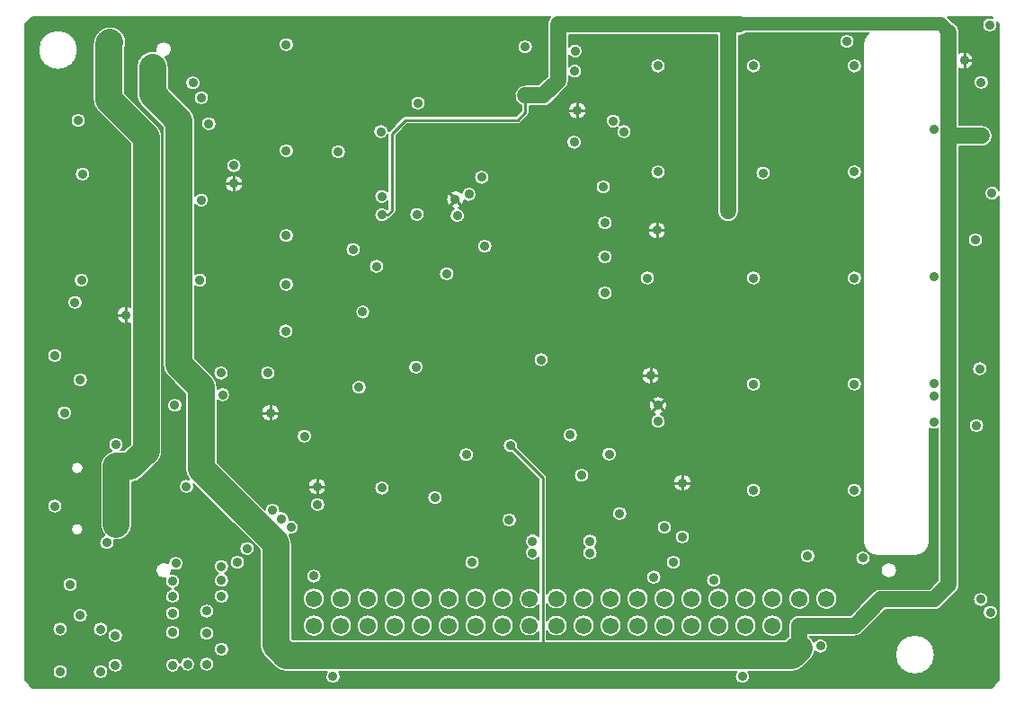
<source format=gbr>
G04 DesignSpark PCB PRO Gerber Version 10.0 Build 5299*
G04 #@! TF.Part,Single*
G04 #@! TF.FileFunction,Copper,L2,Inr*
G04 #@! TF.FilePolarity,Positive*
%FSLAX35Y35*%
%MOIN*%
%ADD119C,0.00500*%
%ADD124C,0.00984*%
G04 #@! TA.AperFunction,ViaPad*
%ADD125C,0.03543*%
G04 #@! TD.AperFunction*
%ADD137C,0.03937*%
%ADD139C,0.05118*%
G04 #@! TA.AperFunction,ViaPad*
%ADD127C,0.05600*%
G04 #@! TD.AperFunction*
%ADD136C,0.05906*%
G04 #@! TA.AperFunction,ComponentPad*
%ADD129C,0.06102*%
G04 #@! TD.AperFunction*
%ADD138C,0.09843*%
G04 #@! TD.AperFunction*
X0Y0D02*
D02*
D119*
X9543Y252053D02*
Y8578D01*
X12227Y5894D01*
X367906D01*
X370590Y8578D01*
Y188239D01*
G75*
G02*
X365210Y189370I-2571J1132D01*
G01*
G75*
G02*
X370590Y190502I2809J0D01*
G01*
Y252053D01*
X369848Y252795D01*
G75*
G02*
X370041Y251772I-2616J-1023D01*
G01*
G75*
G02*
X364423I-2809J0D01*
G01*
G75*
G02*
X368255Y254388I2809J0D01*
G01*
X367906Y254737D01*
X351637D01*
X353396Y252978D01*
G75*
G02*
X356065Y249213I-1321J-3765D01*
G01*
Y241517D01*
G75*
G02*
X361183Y238583I1718J-2933D01*
G01*
G75*
G02*
X356065Y235650I-3400J0D01*
G01*
Y214620D01*
X364279D01*
G75*
G02*
X368269Y210630I0J-3990D01*
G01*
G75*
G02*
X364279Y206640I-3990J0D01*
G01*
X356065D01*
Y44095D01*
G75*
G02*
X354896Y41274I-3991J0D01*
G01*
X349384Y35761D01*
G75*
G02*
X346559Y34593I-2821J2822D01*
G01*
X328530D01*
X319975Y26037D01*
G75*
G02*
X317150Y24869I-2821J2822D01*
G01*
X307509D01*
G75*
G02*
X305726I-892J3991D01*
G01*
X300585D01*
G75*
G02*
X302063Y22763I-4023J-4396D01*
G01*
G75*
G02*
X307246Y21260I2373J-1503D01*
G01*
G75*
G02*
X302408Y19317I-2809J0D01*
G01*
G75*
G02*
X300776Y16259I-5845J1156D01*
G01*
X298020Y13504D01*
G75*
G02*
X293799Y11758I-4213J4213D01*
G01*
X277722D01*
G75*
G02*
X278309Y10040I-2222J-1719D01*
G01*
G75*
G02*
X272691I-2809J0D01*
G01*
G75*
G02*
X273278Y11758I2809J0D01*
G01*
X125950D01*
G75*
G02*
X126537Y10040I-2222J-1719D01*
G01*
G75*
G02*
X120919I-2809J0D01*
G01*
G75*
G02*
X121506Y11758I2809J0D01*
G01*
X106405D01*
G75*
G02*
X102190Y13506I0J5959D01*
G01*
X98257Y17439D01*
G75*
G02*
X96509Y21654I4212J4215D01*
G01*
Y56981D01*
X72048Y81442D01*
G75*
G02*
X72207Y80512I-2650J-930D01*
G01*
G75*
G02*
X66589I-2809J0D01*
G01*
G75*
G02*
X70370Y83148I2809J0D01*
G01*
G75*
G02*
X68950Y87008I4539J3861D01*
G01*
Y114855D01*
X62430Y121376D01*
G75*
G02*
X60683Y125591I4212J4215D01*
G01*
Y213674D01*
X52587Y221769D01*
G75*
G02*
X50840Y225985I4212J4215D01*
G01*
Y236221D01*
G75*
G02*
X58000Y242057I5959J0D01*
G01*
G75*
G02*
X57927Y242717I2933J659D01*
G01*
G75*
G02*
X63939I3006J0D01*
G01*
G75*
G02*
X61578Y239780I-3006J0D01*
G01*
G75*
G02*
X62757Y236221I-4778J-3559D01*
G01*
Y228453D01*
X70853Y220357D01*
G75*
G02*
X72600Y216142I-4212J-4215D01*
G01*
Y188411D01*
G75*
G02*
X77718Y186811I2309J-1600D01*
G01*
G75*
G02*
X72600Y185212I-2809J0D01*
G01*
Y159309D01*
G75*
G02*
X77128Y157087I1719J-2222D01*
G01*
G75*
G02*
X72600Y154865I-2809J0D01*
G01*
Y128059D01*
X79120Y121539D01*
G75*
G02*
X80868Y117323I-4212J-4215D01*
G01*
Y116622D01*
G75*
G02*
X85592Y114567I1915J-2055D01*
G01*
G75*
G02*
X80868Y112512I-2809J0D01*
G01*
Y89476D01*
X98485Y71859D01*
G75*
G02*
X104096Y71654I2802J-205D01*
G01*
G75*
G02*
X104068Y71256I-2809J0D01*
G01*
G75*
G02*
X107443Y68504I566J-2752D01*
G01*
G75*
G02*
X107407Y68056I-2808J-1D01*
G01*
G75*
G02*
X110986Y65355I770J-2702D01*
G01*
G75*
G02*
X107509Y62626I-2809J0D01*
G01*
G75*
G02*
X108427Y59449I-5041J-3177D01*
G01*
Y24122D01*
X108873Y23676D01*
X199954D01*
Y26496D01*
G75*
G02*
X192529Y28859I-3337J2363D01*
G01*
G75*
G02*
X199954Y31222I4089J0D01*
G01*
Y36496D01*
G75*
G02*
X192529Y38859I-3337J2363D01*
G01*
G75*
G02*
X199954Y41222I4089J0D01*
G01*
Y54173D01*
G75*
G02*
X194935Y55906I-2211J1733D01*
G01*
G75*
G02*
X195954Y58071I2809J0D01*
G01*
G75*
G02*
X194935Y60237I1789J2165D01*
G01*
G75*
G02*
X199954Y61970I2809J0D01*
G01*
Y83028D01*
X190061Y92922D01*
G75*
G02*
X186667Y95670I-585J2748D01*
G01*
G75*
G02*
X192285I2809J0D01*
G01*
G75*
G02*
X192224Y95085I-2810J0D01*
G01*
X202565Y84743D01*
G75*
G02*
X203013Y83662I-1081J-1081D01*
G01*
Y40789D01*
G75*
G02*
X210706Y38859I3604J-1930D01*
G01*
G75*
G02*
X203013Y36929I-4089J0D01*
G01*
Y30789D01*
G75*
G02*
X210706Y28859I3604J-1930D01*
G01*
G75*
G02*
X203013Y26929I-4089J0D01*
G01*
Y23676D01*
X291339D01*
X292349Y24686D01*
G75*
G02*
X292572Y24898I4218J-4214D01*
G01*
Y28265D01*
G75*
G02*
X292529Y28859I4047J594D01*
G01*
G75*
G02*
X297509Y32849I4089J0D01*
G01*
X305726D01*
G75*
G02*
X307509I892J-3991D01*
G01*
X315500D01*
X324056Y41405D01*
G75*
G02*
X326881Y42573I2821J-2822D01*
G01*
X344910D01*
X348085Y45748D01*
Y101970D01*
G75*
G02*
X344976Y102012I-1522J2361D01*
G01*
Y60236D01*
G75*
G02*
X339476Y54736I-5500J0D01*
G01*
X325697D01*
G75*
G02*
X320197Y60236I0J5500D01*
G01*
Y244488D01*
G75*
G02*
X322240Y248766I5500J0D01*
G01*
X276885D01*
G75*
G02*
X274175Y247739I-2764J3203D01*
G01*
Y182678D01*
G75*
G02*
X266195I-3990J0D01*
G01*
Y247978D01*
X211183D01*
Y243727D01*
G75*
G02*
X216301Y242126I2309J-1600D01*
G01*
G75*
G02*
X211183Y240526I-2809J0D01*
G01*
Y236498D01*
G75*
G02*
X216104Y234646I2112J-1852D01*
G01*
G75*
G02*
X211183Y232794I-2809J0D01*
G01*
Y231103D01*
G75*
G02*
X210015Y228281I-3991J0D01*
G01*
X204502Y222769D01*
G75*
G02*
X201677Y221600I-2821J2822D01*
G01*
X196517D01*
Y219293D01*
G75*
G02*
X196069Y218211I-1530J0D01*
G01*
X193313Y215454D01*
G75*
G02*
X192231Y215006I-1081J1081D01*
G01*
X151330D01*
X147108Y210784D01*
Y182874D01*
G75*
G02*
X146660Y181793I-1530J0D01*
G01*
X145085Y180218D01*
G75*
G02*
X144203Y179783I-1082J1081D01*
G01*
G75*
G02*
X139029Y181299I-2365J1517D01*
G01*
G75*
G02*
X143826Y183285I2809J0D01*
G01*
X144049Y183508D01*
Y186456D01*
G75*
G02*
X139029Y188189I-2211J1733D01*
G01*
G75*
G02*
X144049Y189922I2809J0D01*
G01*
Y211172D01*
G75*
G02*
X138635Y212224I-2604J1053D01*
G01*
G75*
G02*
X144254I2809J0D01*
G01*
G75*
G02*
X144253Y212181I-2817J4D01*
G01*
G75*
G02*
X144497Y212499I1326J-764D01*
G01*
X149615Y217617D01*
G75*
G02*
X150697Y218065I1081J-1081D01*
G01*
X191598D01*
X193458Y219926D01*
Y221905D01*
G75*
G02*
X194988Y229581I1530J3685D01*
G01*
X200028D01*
X203203Y232756D01*
Y251969D01*
G75*
G02*
X204319Y254737I3990J0D01*
G01*
X12227D01*
X9543Y252053D01*
X361273Y230512D02*
G75*
G02*
X366891I2809J0D01*
G01*
G75*
G02*
X361273I-2809J0D01*
G01*
X359108Y172048D02*
G75*
G02*
X364726I2809J0D01*
G01*
G75*
G02*
X359108I-2809J0D01*
G01*
X359502Y103150D02*
G75*
G02*
X365120I2809J0D01*
G01*
G75*
G02*
X359502I-2809J0D01*
G01*
X361076Y38583D02*
G75*
G02*
X366694I2809J0D01*
G01*
G75*
G02*
X361076I-2809J0D01*
G01*
X364620Y33858D02*
G75*
G02*
X370238I2809J0D01*
G01*
G75*
G02*
X364620I-2809J0D01*
G01*
X360683Y124213D02*
G75*
G02*
X366301I2809J0D01*
G01*
G75*
G02*
X360683I-2809J0D01*
G01*
X332140Y18110D02*
G75*
G02*
X346813I7337J0D01*
G01*
G75*
G02*
X332140I-7337J0D01*
G01*
X74069Y14567D02*
G75*
G02*
X79687I2809J0D01*
G01*
G75*
G02*
X74069I-2809J0D01*
G01*
Y25984D02*
G75*
G02*
X79687I2809J0D01*
G01*
G75*
G02*
X74069I-2809J0D01*
G01*
X79580Y20079D02*
G75*
G02*
X85198I2809J0D01*
G01*
G75*
G02*
X79580I-2809J0D01*
G01*
X74069Y34252D02*
G75*
G02*
X79687I2809J0D01*
G01*
G75*
G02*
X74069I-2809J0D01*
G01*
X79580Y39764D02*
G75*
G02*
X85198I2809J0D01*
G01*
G75*
G02*
X79580I-2809J0D01*
G01*
Y50788D02*
G75*
G02*
X85198I2809J0D01*
G01*
G75*
G02*
X83547Y48229I-2809J0D01*
G01*
G75*
G02*
X85198Y45669I-1158J-2559D01*
G01*
G75*
G02*
X79580I-2809J0D01*
G01*
G75*
G02*
X81231Y48229I2809J0D01*
G01*
G75*
G02*
X79580Y50788I1158J2559D01*
G01*
X85486Y52363D02*
G75*
G02*
X91104I2809J0D01*
G01*
G75*
G02*
X85486I-2809J0D01*
G01*
X89029Y57481D02*
G75*
G02*
X94647I2809J0D01*
G01*
G75*
G02*
X89029I-2809J0D01*
G01*
X62257Y110630D02*
G75*
G02*
X67876I2809J0D01*
G01*
G75*
G02*
X62257I-2809J0D01*
G01*
X62651Y51969D02*
G75*
G02*
X68269I2809J0D01*
G01*
G75*
G02*
X63932Y49612I-2809J0D01*
G01*
G75*
G02*
X63939Y49409I-3001J-200D01*
G01*
G75*
G02*
X63587Y47998I-3006J0D01*
G01*
G75*
G02*
X67088Y45276I693J-2722D01*
G01*
G75*
G02*
X64823Y42520I-2809J0D01*
G01*
G75*
G02*
X67088Y39764I-544J-2756D01*
G01*
G75*
G02*
X61470I-2809J0D01*
G01*
G75*
G02*
X63735Y42520I2809J0D01*
G01*
G75*
G02*
X61761Y46520I543J2756D01*
G01*
G75*
G02*
X57927Y49409I-828J2890D01*
G01*
G75*
G02*
X62653Y51874I3006J0D01*
G01*
G75*
G02*
X62651Y51969I2813J94D01*
G01*
X66999Y14876D02*
G75*
G02*
X72600Y14567I2792J-309D01*
G01*
G75*
G02*
X67071Y13865I-2809J0D01*
G01*
G75*
G02*
X61470Y14173I-2792J309D01*
G01*
G75*
G02*
X66999Y14876I2809J0D01*
G01*
X61470Y26378D02*
G75*
G02*
X67088I2809J0D01*
G01*
G75*
G02*
X61470I-2809J0D01*
G01*
Y33465D02*
G75*
G02*
X67088I2809J0D01*
G01*
G75*
G02*
X61470I-2809J0D01*
G01*
X326825Y49409D02*
G75*
G02*
X332837I3006J0D01*
G01*
G75*
G02*
X326825I-3006J0D01*
G01*
X292529Y38859D02*
G75*
G02*
X300706I4089J0D01*
G01*
G75*
G02*
X292529I-4089J0D01*
G01*
X296903Y54725D02*
G75*
G02*
X302521I2809J0D01*
G01*
G75*
G02*
X296903I-2809J0D01*
G01*
X302529Y38859D02*
G75*
G02*
X310706I4089J0D01*
G01*
G75*
G02*
X302529I-4089J0D01*
G01*
X311470Y245670D02*
G75*
G02*
X317088I2809J0D01*
G01*
G75*
G02*
X311470I-2809J0D01*
G01*
X314226Y79134D02*
G75*
G02*
X319844I2809J0D01*
G01*
G75*
G02*
X314226I-2809J0D01*
G01*
X317376Y53937D02*
G75*
G02*
X322994I2809J0D01*
G01*
G75*
G02*
X317376I-2809J0D01*
G01*
X314226Y118504D02*
G75*
G02*
X319844I2809J0D01*
G01*
G75*
G02*
X314226I-2809J0D01*
G01*
Y157874D02*
G75*
G02*
X319844I2809J0D01*
G01*
G75*
G02*
X314226I-2809J0D01*
G01*
Y197244D02*
G75*
G02*
X319844I2809J0D01*
G01*
G75*
G02*
X314226I-2809J0D01*
G01*
Y236614D02*
G75*
G02*
X319844I2809J0D01*
G01*
G75*
G02*
X314226I-2809J0D01*
G01*
X276825Y79134D02*
G75*
G02*
X282443I2809J0D01*
G01*
G75*
G02*
X276825I-2809J0D01*
G01*
Y118504D02*
G75*
G02*
X282443I2809J0D01*
G01*
G75*
G02*
X276825I-2809J0D01*
G01*
Y157874D02*
G75*
G02*
X282443I2809J0D01*
G01*
G75*
G02*
X276825I-2809J0D01*
G01*
Y236614D02*
G75*
G02*
X282443I2809J0D01*
G01*
G75*
G02*
X276825I-2809J0D01*
G01*
X280368Y196851D02*
G75*
G02*
X285986I2809J0D01*
G01*
G75*
G02*
X280368I-2809J0D01*
G01*
X282529Y28859D02*
G75*
G02*
X290706I4089J0D01*
G01*
G75*
G02*
X282529I-4089J0D01*
G01*
Y38859D02*
G75*
G02*
X290706I4089J0D01*
G01*
G75*
G02*
X282529I-4089J0D01*
G01*
X272529Y28859D02*
G75*
G02*
X280706I4089J0D01*
G01*
G75*
G02*
X272529I-4089J0D01*
G01*
Y38859D02*
G75*
G02*
X280706I4089J0D01*
G01*
G75*
G02*
X272529I-4089J0D01*
G01*
X221116Y191733D02*
G75*
G02*
X226734I2809J0D01*
G01*
G75*
G02*
X221116I-2809J0D01*
G01*
X221707Y152362D02*
G75*
G02*
X227325I2809J0D01*
G01*
G75*
G02*
X221707I-2809J0D01*
G01*
X222529Y28859D02*
G75*
G02*
X230706I4089J0D01*
G01*
G75*
G02*
X222529I-4089J0D01*
G01*
Y38859D02*
G75*
G02*
X230706I4089J0D01*
G01*
G75*
G02*
X222529I-4089J0D01*
G01*
X223281Y92520D02*
G75*
G02*
X228899I2809J0D01*
G01*
G75*
G02*
X223281I-2809J0D01*
G01*
X227218Y70473D02*
G75*
G02*
X232836I2809J0D01*
G01*
G75*
G02*
X227218I-2809J0D01*
G01*
X232529Y28859D02*
G75*
G02*
X240706I4089J0D01*
G01*
G75*
G02*
X232529I-4089J0D01*
G01*
Y38859D02*
G75*
G02*
X240706I4089J0D01*
G01*
G75*
G02*
X232529I-4089J0D01*
G01*
X221707Y165748D02*
G75*
G02*
X227325I2809J0D01*
G01*
G75*
G02*
X221707I-2809J0D01*
G01*
Y178346D02*
G75*
G02*
X227325I2809J0D01*
G01*
G75*
G02*
X221707I-2809J0D01*
G01*
X229899Y214439D02*
G75*
G02*
X234411Y212205I1703J-2234D01*
G01*
G75*
G02*
X228793I-2809J0D01*
G01*
G75*
G02*
X229368Y213908I2809J0D01*
G01*
G75*
G02*
X224856Y216142I-1703J2234D01*
G01*
G75*
G02*
X230474I2809J0D01*
G01*
G75*
G02*
X229899Y214439I-2809J0D01*
G01*
X237455Y157874D02*
G75*
G02*
X243073I2809J0D01*
G01*
G75*
G02*
X237455I-2809J0D01*
G01*
X238045Y121654D02*
G75*
G02*
X244844I3400J0D01*
G01*
G75*
G02*
X238045I-3400J0D01*
G01*
X239817Y46851D02*
G75*
G02*
X245435I2809J0D01*
G01*
G75*
G02*
X239817I-2809J0D01*
G01*
X242529Y28859D02*
G75*
G02*
X250706I4089J0D01*
G01*
G75*
G02*
X242529I-4089J0D01*
G01*
Y38859D02*
G75*
G02*
X250706I4089J0D01*
G01*
G75*
G02*
X242529I-4089J0D01*
G01*
X240801Y110630D02*
G75*
G02*
X247600I3400J0D01*
G01*
G75*
G02*
X245154Y107367I-3400J0D01*
G01*
G75*
G02*
X247010Y104724I-954J-2642D01*
G01*
G75*
G02*
X241392I-2809J0D01*
G01*
G75*
G02*
X243247Y107367I2809J0D01*
G01*
G75*
G02*
X240801Y110630I954J3263D01*
G01*
X243754Y65355D02*
G75*
G02*
X249372I2809J0D01*
G01*
G75*
G02*
X243754I-2809J0D01*
G01*
X247100Y52363D02*
G75*
G02*
X252718I2809J0D01*
G01*
G75*
G02*
X247100I-2809J0D01*
G01*
X252529Y28859D02*
G75*
G02*
X260706I4089J0D01*
G01*
G75*
G02*
X252529I-4089J0D01*
G01*
Y38859D02*
G75*
G02*
X260706I4089J0D01*
G01*
G75*
G02*
X252529I-4089J0D01*
G01*
X240407Y175591D02*
G75*
G02*
X247207I3400J0D01*
G01*
G75*
G02*
X240407I-3400J0D01*
G01*
X241392Y197244D02*
G75*
G02*
X247010I2809J0D01*
G01*
G75*
G02*
X241392I-2809J0D01*
G01*
Y236614D02*
G75*
G02*
X247010I2809J0D01*
G01*
G75*
G02*
X241392I-2809J0D01*
G01*
X249856Y81890D02*
G75*
G02*
X256656I3400J0D01*
G01*
G75*
G02*
X249856I-3400J0D01*
G01*
X250447Y61811D02*
G75*
G02*
X256065I2809J0D01*
G01*
G75*
G02*
X250447I-2809J0D01*
G01*
X262061Y45670D02*
G75*
G02*
X267679I2809J0D01*
G01*
G75*
G02*
X262061I-2809J0D01*
G01*
X262529Y28859D02*
G75*
G02*
X270706I4089J0D01*
G01*
G75*
G02*
X262529I-4089J0D01*
G01*
Y38859D02*
G75*
G02*
X270706I4089J0D01*
G01*
G75*
G02*
X262529I-4089J0D01*
G01*
X210289Y208268D02*
G75*
G02*
X215907I2809J0D01*
G01*
G75*
G02*
X210289I-2809J0D01*
G01*
X210880Y220079D02*
G75*
G02*
X217679I3400J0D01*
G01*
G75*
G02*
X210880I-3400J0D01*
G01*
X208911Y99607D02*
G75*
G02*
X214530I2809J0D01*
G01*
G75*
G02*
X208911I-2809J0D01*
G01*
X212529Y28859D02*
G75*
G02*
X220706I4089J0D01*
G01*
G75*
G02*
X212529I-4089J0D01*
G01*
Y38859D02*
G75*
G02*
X220706I4089J0D01*
G01*
G75*
G02*
X212529I-4089J0D01*
G01*
X213045Y84646D02*
G75*
G02*
X218663I2809J0D01*
G01*
G75*
G02*
X213045I-2809J0D01*
G01*
X216194Y60237D02*
G75*
G02*
X221813I2809J0D01*
G01*
G75*
G02*
X220793Y58071I-2809J0D01*
G01*
G75*
G02*
X221813Y55906I-1789J-2165D01*
G01*
G75*
G02*
X216194I-2809J0D01*
G01*
G75*
G02*
X217214Y58071I2809J0D01*
G01*
G75*
G02*
X216194Y60237I1789J2165D01*
G01*
X198085Y127559D02*
G75*
G02*
X203703I2809J0D01*
G01*
G75*
G02*
X198085I-2809J0D01*
G01*
X151628Y124804D02*
G75*
G02*
X157246I2809J0D01*
G01*
G75*
G02*
X151628I-2809J0D01*
G01*
X152529Y28859D02*
G75*
G02*
X160706I4089J0D01*
G01*
G75*
G02*
X152529I-4089J0D01*
G01*
Y38859D02*
G75*
G02*
X160706I4089J0D01*
G01*
G75*
G02*
X152529I-4089J0D01*
G01*
X152021Y181496D02*
G75*
G02*
X157639I2809J0D01*
G01*
G75*
G02*
X152021I-2809J0D01*
G01*
X158714Y76378D02*
G75*
G02*
X164332I2809J0D01*
G01*
G75*
G02*
X158714I-2809J0D01*
G01*
X162529Y28859D02*
G75*
G02*
X170706I4089J0D01*
G01*
G75*
G02*
X162529I-4089J0D01*
G01*
Y38859D02*
G75*
G02*
X170706I4089J0D01*
G01*
G75*
G02*
X162529I-4089J0D01*
G01*
X163045Y159449D02*
G75*
G02*
X168663I2809J0D01*
G01*
G75*
G02*
X163045I-2809J0D01*
G01*
X171356Y189463D02*
G75*
G02*
X176931Y188976I2767J-487D01*
G01*
G75*
G02*
X172394Y186761I-2809J0D01*
G01*
G75*
G02*
X170300Y183865I-3391J246D01*
G01*
G75*
G02*
X172600Y181103I-509J-2763D01*
G01*
G75*
G02*
X166982I-2809J0D01*
G01*
G75*
G02*
X168576Y183635I2809J0D01*
G01*
G75*
G02*
X165604Y187008I427J3373D01*
G01*
G75*
G02*
X171356Y189463I3400J0D01*
G01*
X170328Y92323D02*
G75*
G02*
X175946I2809J0D01*
G01*
G75*
G02*
X170328I-2809J0D01*
G01*
X172494Y52363D02*
G75*
G02*
X178112I2809J0D01*
G01*
G75*
G02*
X172494I-2809J0D01*
G01*
X172529Y28859D02*
G75*
G02*
X180706I4089J0D01*
G01*
G75*
G02*
X172529I-4089J0D01*
G01*
Y38859D02*
G75*
G02*
X180706I4089J0D01*
G01*
G75*
G02*
X172529I-4089J0D01*
G01*
X176037Y195276D02*
G75*
G02*
X181655I2809J0D01*
G01*
G75*
G02*
X176037I-2809J0D01*
G01*
X177219Y169685D02*
G75*
G02*
X182837I2809J0D01*
G01*
G75*
G02*
X177219I-2809J0D01*
G01*
X182529Y28859D02*
G75*
G02*
X190706I4089J0D01*
G01*
G75*
G02*
X182529I-4089J0D01*
G01*
Y38859D02*
G75*
G02*
X190706I4089J0D01*
G01*
G75*
G02*
X182529I-4089J0D01*
G01*
X186273Y68111D02*
G75*
G02*
X191891I2809J0D01*
G01*
G75*
G02*
X186273I-2809J0D01*
G01*
X14423Y242520D02*
G75*
G02*
X29096I7337J0D01*
G01*
G75*
G02*
X14423I-7337J0D01*
G01*
X17769Y73229D02*
G75*
G02*
X23387I2809J0D01*
G01*
G75*
G02*
X17769I-2809J0D01*
G01*
X19738Y11811D02*
G75*
G02*
X25356I2809J0D01*
G01*
G75*
G02*
X19738I-2809J0D01*
G01*
Y27559D02*
G75*
G02*
X25356I2809J0D01*
G01*
G75*
G02*
X19738I-2809J0D01*
G01*
X17770Y129134D02*
G75*
G02*
X23388I2809J0D01*
G01*
G75*
G02*
X17770I-2809J0D01*
G01*
X21313Y107874D02*
G75*
G02*
X26931I2809J0D01*
G01*
G75*
G02*
X21313I-2809J0D01*
G01*
X23478Y44095D02*
G75*
G02*
X29096I2809J0D01*
G01*
G75*
G02*
X23478I-2809J0D01*
G01*
X27219Y32677D02*
G75*
G02*
X32837I2809J0D01*
G01*
G75*
G02*
X27219I-2809J0D01*
G01*
X26541Y64606D02*
G75*
G02*
X31175I2317J0D01*
G01*
G75*
G02*
X26541I-2317J0D01*
G01*
Y87362D02*
G75*
G02*
X31175I2317J0D01*
G01*
G75*
G02*
X26541I-2317J0D01*
G01*
X25250Y148819D02*
G75*
G02*
X30868I2809J0D01*
G01*
G75*
G02*
X25250I-2809J0D01*
G01*
X27219Y120079D02*
G75*
G02*
X32837I2809J0D01*
G01*
G75*
G02*
X27219I-2809J0D01*
G01*
X26431Y216339D02*
G75*
G02*
X32049I2809J0D01*
G01*
G75*
G02*
X26431I-2809J0D01*
G01*
X27612Y157087D02*
G75*
G02*
X33230I2809J0D01*
G01*
G75*
G02*
X27612I-2809J0D01*
G01*
X28006Y196457D02*
G75*
G02*
X33624I2809J0D01*
G01*
G75*
G02*
X28006I-2809J0D01*
G01*
X58648Y214452D02*
G75*
G02*
X60395Y210237I-4212J-4215D01*
G01*
Y93701D01*
G75*
G02*
X58648Y89486I-5959J0D01*
G01*
X52943Y83781D01*
G75*
G02*
X49372Y82069I-4215J4212D01*
G01*
Y66536D01*
G75*
G02*
X42494Y60648I-5959J0D01*
G01*
G75*
G02*
X42679Y59646I-2624J-1003D01*
G01*
G75*
G02*
X37061I-2809J0D01*
G01*
G75*
G02*
X39159Y62363I2809J0D01*
G01*
G75*
G02*
X37454Y66536I4255J4172D01*
G01*
Y87993D01*
G75*
G02*
X41699Y93699I5959J0D01*
G01*
G75*
G02*
X40407Y96063I1517J2364D01*
G01*
G75*
G02*
X46025I2809J0D01*
G01*
G75*
G02*
X45068Y93951I-2809J0D01*
G01*
X46260D01*
X48478Y96169D01*
Y141156D01*
G75*
G02*
X43439Y144134I-1640J2978D01*
G01*
G75*
G02*
X48478Y147112I3400J0D01*
G01*
Y207769D01*
X36446Y219801D01*
G75*
G02*
X34698Y224016I4212J4215D01*
G01*
Y244869D01*
G75*
G02*
Y244882I6168J7D01*
G01*
G75*
G02*
X36444Y249096I5959J0D01*
G01*
X36837Y249489D01*
G75*
G02*
X46616Y243146I4213J-4213D01*
G01*
Y226484D01*
X58648Y214452D01*
X34699Y11811D02*
G75*
G02*
X40317I2809J0D01*
G01*
G75*
G02*
X34699I-2809J0D01*
G01*
Y27559D02*
G75*
G02*
X40317I2809J0D01*
G01*
G75*
G02*
X34699I-2809J0D01*
G01*
X40211Y14173D02*
G75*
G02*
X45829I2809J0D01*
G01*
G75*
G02*
X40211I-2809J0D01*
G01*
Y25197D02*
G75*
G02*
X45829I2809J0D01*
G01*
G75*
G02*
X40211I-2809J0D01*
G01*
X68950Y230315D02*
G75*
G02*
X74569I2809J0D01*
G01*
G75*
G02*
X68950I-2809J0D01*
G01*
X72100Y224804D02*
G75*
G02*
X77718I2809J0D01*
G01*
G75*
G02*
X72100I-2809J0D01*
G01*
X74856Y215158D02*
G75*
G02*
X80474I2809J0D01*
G01*
G75*
G02*
X74856I-2809J0D01*
G01*
X79383Y122638D02*
G75*
G02*
X85002I2809J0D01*
G01*
G75*
G02*
X79383I-2809J0D01*
G01*
X83561Y192914D02*
G75*
G02*
X90360I3400J0D01*
G01*
G75*
G02*
X83561I-3400J0D01*
G01*
X84151Y199607D02*
G75*
G02*
X89769I2809J0D01*
G01*
G75*
G02*
X84151I-2809J0D01*
G01*
X96706Y122638D02*
G75*
G02*
X102324I2809J0D01*
G01*
G75*
G02*
X96706I-2809J0D01*
G01*
X97100Y107874D02*
G75*
G02*
X103899I3400J0D01*
G01*
G75*
G02*
X97100I-3400J0D01*
G01*
X103399Y138189D02*
G75*
G02*
X109017I2809J0D01*
G01*
G75*
G02*
X103399I-2809J0D01*
G01*
X103596Y155512D02*
G75*
G02*
X109214I2809J0D01*
G01*
G75*
G02*
X103596I-2809J0D01*
G01*
Y173622D02*
G75*
G02*
X109214I2809J0D01*
G01*
G75*
G02*
X103596I-2809J0D01*
G01*
Y205119D02*
G75*
G02*
X109214I2809J0D01*
G01*
G75*
G02*
X103596I-2809J0D01*
G01*
Y244489D02*
G75*
G02*
X109214I2809J0D01*
G01*
G75*
G02*
X103596I-2809J0D01*
G01*
X110289Y99213D02*
G75*
G02*
X115907I2809J0D01*
G01*
G75*
G02*
X110289I-2809J0D01*
G01*
X112529Y28859D02*
G75*
G02*
X120706I4089J0D01*
G01*
G75*
G02*
X112529I-4089J0D01*
G01*
Y38859D02*
G75*
G02*
X120706I4089J0D01*
G01*
G75*
G02*
X112529I-4089J0D01*
G01*
X113832Y47244D02*
G75*
G02*
X119450I2809J0D01*
G01*
G75*
G02*
X113832I-2809J0D01*
G01*
X114423Y80512D02*
G75*
G02*
X121222I3400J0D01*
G01*
G75*
G02*
X114423I-3400J0D01*
G01*
X115210Y73820D02*
G75*
G02*
X120828I2809J0D01*
G01*
G75*
G02*
X115210I-2809J0D01*
G01*
X122529Y28859D02*
G75*
G02*
X130706I4089J0D01*
G01*
G75*
G02*
X122529I-4089J0D01*
G01*
Y38859D02*
G75*
G02*
X130706I4089J0D01*
G01*
G75*
G02*
X122529I-4089J0D01*
G01*
X122887Y204725D02*
G75*
G02*
X128506I2809J0D01*
G01*
G75*
G02*
X122887I-2809J0D01*
G01*
X128399Y168504D02*
G75*
G02*
X134017I2809J0D01*
G01*
G75*
G02*
X128399I-2809J0D01*
G01*
X130565Y117323D02*
G75*
G02*
X136183I2809J0D01*
G01*
G75*
G02*
X130565I-2809J0D01*
G01*
X132529Y28859D02*
G75*
G02*
X140706I4089J0D01*
G01*
G75*
G02*
X132529I-4089J0D01*
G01*
Y38859D02*
G75*
G02*
X140706I4089J0D01*
G01*
G75*
G02*
X132529I-4089J0D01*
G01*
X134751Y148085D02*
G75*
G02*
X137560Y145276I0J-2809D01*
G01*
G75*
G02*
X134751Y142467I-2809J0D01*
G01*
G75*
G02*
X131942Y145276I0J2809D01*
G01*
G75*
G02*
X134751Y148085I2809J0D01*
G01*
X137061Y162205D02*
G75*
G02*
X142679I2809J0D01*
G01*
G75*
G02*
X137061I-2809J0D01*
G01*
X139029Y79922D02*
G75*
G02*
X144647I2809J0D01*
G01*
G75*
G02*
X139029I-2809J0D01*
G01*
X142529Y28859D02*
G75*
G02*
X150706I4089J0D01*
G01*
G75*
G02*
X142529I-4089J0D01*
G01*
Y38859D02*
G75*
G02*
X150706I4089J0D01*
G01*
G75*
G02*
X142529I-4089J0D01*
G01*
X152415Y222835D02*
G75*
G02*
X158033I2809J0D01*
G01*
G75*
G02*
X152415I-2809J0D01*
G01*
X192179Y243701D02*
G75*
G02*
X197797I2809J0D01*
G01*
G75*
G02*
X192179I-2809J0D01*
G01*
X9793Y11811D02*
G36*
X9793Y11811D02*
Y8328D01*
X11977Y6144D01*
X368156D01*
X370340Y8328D01*
Y11811D01*
X343237D01*
G75*
G02*
X335715I-3761J6299D01*
G01*
X294597D01*
G75*
G02*
X293799Y11758I-791J5907D01*
G01*
X277722D01*
G75*
G02*
X278309Y10040I-2222J-1719D01*
G01*
G75*
G02*
X272691I-2809J0D01*
G01*
G75*
G02*
X273278Y11758I2809J0D01*
G01*
X125950D01*
G75*
G02*
X126537Y10040I-2222J-1719D01*
G01*
G75*
G02*
X120919I-2809J0D01*
G01*
G75*
G02*
X121506Y11758I2809J0D01*
G01*
X106405D01*
G75*
G02*
X105613Y11811I-1J5957D01*
G01*
X77421D01*
G75*
G02*
X76334I-544J2755D01*
G01*
X70335D01*
G75*
G02*
X69248I-543J2756D01*
G01*
X65799D01*
G75*
G02*
X62759I-1520J2363D01*
G01*
X44540D01*
G75*
G02*
X41500I-1520J2362D01*
G01*
X40317D01*
G75*
G02*
X34699I-2809J0D01*
G01*
X25356D01*
G75*
G02*
X19738I-2809J0D01*
G01*
X9793D01*
G37*
Y14567D02*
G36*
X9793Y14567D02*
Y11811D01*
X19738D01*
G75*
G02*
X22004Y14567I2809J0D01*
G01*
X9793D01*
G37*
X23091D02*
G36*
X23091Y14567D02*
G75*
G02*
X25356Y11811I-544J-2756D01*
G01*
X34699D01*
G75*
G02*
X36964Y14567I2809J0D01*
G01*
X23091D01*
G37*
X40211Y14173D02*
G36*
X40211Y14173D02*
G75*
G02*
X40238Y14567I2809J1D01*
G01*
X38052D01*
G75*
G02*
X40317Y11811I-544J-2756D01*
G01*
X41500D01*
G75*
G02*
X40211Y14173I1520J2362D01*
G01*
G37*
X45829D02*
G36*
X45829Y14173D02*
G75*
G02*
X44540Y11811I-2809J0D01*
G01*
X62759D01*
G75*
G02*
X61470Y14173I1520J2362D01*
G01*
G75*
G02*
X61498Y14567I2809J1D01*
G01*
X45801D01*
G75*
G02*
X45829Y14173I-2781J-393D01*
G01*
G37*
X67071Y13865D02*
G36*
X67071Y13865D02*
G75*
G02*
X65799Y11811I-2792J309D01*
G01*
X69248D01*
G75*
G02*
X67071Y13865I543J2756D01*
G01*
G37*
X72600Y14567D02*
G36*
X72600Y14567D02*
G75*
G02*
X70335Y11811I-2809J0D01*
G01*
X76334D01*
G75*
G02*
X74069Y14567I544J2756D01*
G01*
X72600D01*
G37*
X79687D02*
G36*
X79687Y14567D02*
G75*
G02*
X77421Y11811I-2809J0D01*
G01*
X105613D01*
G75*
G02*
X102190Y13506I791J5904D01*
G01*
X101128Y14567D01*
X79687D01*
G37*
X298020Y13504D02*
G36*
X298020Y13504D02*
G75*
G02*
X294597Y11811I-4215J4216D01*
G01*
X335715D01*
G75*
G02*
X333052Y14567I3761J6300D01*
G01*
X299083D01*
X298020Y13504D01*
G37*
X345901Y14567D02*
G36*
X345901Y14567D02*
G75*
G02*
X343237Y11811I-6424J3544D01*
G01*
X370340D01*
Y14567D01*
X345901D01*
G37*
X9793Y18110D02*
G36*
X9793Y18110D02*
Y14567D01*
X22004D01*
G75*
G02*
X23091I544J-2755D01*
G01*
X36964D01*
G75*
G02*
X38052I544J-2755D01*
G01*
X40238D01*
G75*
G02*
X45801I2781J-394D01*
G01*
X61498D01*
G75*
G02*
X66999Y14876I2781J-394D01*
G01*
G75*
G02*
X72600Y14567I2792J-309D01*
G01*
X74069D01*
G75*
G02*
X79687I2809J0D01*
G01*
X101128D01*
X98257Y17439D01*
G75*
G02*
X97678Y18110I4214J4217D01*
G01*
X84393D01*
G75*
G02*
X80385I-2004J1969D01*
G01*
X9793D01*
G37*
X300776Y16259D02*
G36*
X300776Y16259D02*
X299083Y14567D01*
X333052D01*
G75*
G02*
X332140Y18110I6424J3543D01*
G01*
X302033D01*
G75*
G02*
X300776Y16259I-5472J2364D01*
G01*
G37*
X346813Y18110D02*
G36*
X346813Y18110D02*
G75*
G02*
X345901Y14567I-7337J0D01*
G01*
X370340D01*
Y18110D01*
X346813D01*
G37*
X9793Y25984D02*
G36*
X9793Y25984D02*
Y18110D01*
X80385D01*
G75*
G02*
X79580Y20079I2004J1969D01*
G01*
G75*
G02*
X85198I2809J0D01*
G01*
G75*
G02*
X84393Y18110I-2809J0D01*
G01*
X97678D01*
G75*
G02*
X96509Y21654I4793J3545D01*
G01*
Y25984D01*
X79687D01*
G75*
G02*
X74069I-2809J0D01*
G01*
X67061D01*
G75*
G02*
X61498I-2781J394D01*
G01*
X45716D01*
G75*
G02*
X45829Y25197I-2696J-787D01*
G01*
G75*
G02*
X40211I-2809J0D01*
G01*
G75*
G02*
X40323Y25984I2809J0D01*
G01*
X39834D01*
G75*
G02*
X35182I-2326J1575D01*
G01*
X24873D01*
G75*
G02*
X20221I-2326J1575D01*
G01*
X9793D01*
G37*
X108427D02*
G36*
X108427Y25984D02*
Y24122D01*
X108873Y23676D01*
X199954D01*
Y25984D01*
X199525D01*
G75*
G02*
X193710I-2907J2874D01*
G01*
X189525D01*
G75*
G02*
X183710I-2907J2874D01*
G01*
X179525D01*
G75*
G02*
X173710I-2907J2874D01*
G01*
X169525D01*
G75*
G02*
X163710I-2907J2874D01*
G01*
X159525D01*
G75*
G02*
X153710I-2907J2874D01*
G01*
X149525D01*
G75*
G02*
X143710I-2907J2874D01*
G01*
X139525D01*
G75*
G02*
X133710I-2907J2874D01*
G01*
X129525D01*
G75*
G02*
X123710I-2907J2874D01*
G01*
X119525D01*
G75*
G02*
X113710I-2907J2874D01*
G01*
X108427D01*
G37*
X203013D02*
G36*
X203013Y25984D02*
Y23676D01*
X291339D01*
X292349Y24686D01*
G75*
G02*
X292572Y24898I4305J-4305D01*
G01*
Y25984D01*
X289525D01*
G75*
G02*
X283710I-2907J2874D01*
G01*
X279525D01*
G75*
G02*
X273710I-2907J2874D01*
G01*
X269525D01*
G75*
G02*
X263710I-2907J2874D01*
G01*
X259525D01*
G75*
G02*
X253710I-2907J2874D01*
G01*
X249525D01*
G75*
G02*
X243710I-2907J2874D01*
G01*
X239525D01*
G75*
G02*
X233710I-2907J2874D01*
G01*
X229525D01*
G75*
G02*
X223710I-2907J2874D01*
G01*
X219525D01*
G75*
G02*
X213710I-2907J2874D01*
G01*
X209526D01*
G75*
G02*
X203710I-2907J2874D01*
G01*
X203013D01*
G37*
X300585Y24869D02*
G36*
X300585Y24869D02*
G75*
G02*
X302063Y22763I-4018J-4393D01*
G01*
G75*
G02*
X307246Y21260I2373J-1503D01*
G01*
Y21260D01*
G75*
G02*
X302408Y19317I-2809J0D01*
G01*
G75*
G02*
X302033Y18110I-5847J1156D01*
G01*
X332140D01*
G75*
G02*
X346813I7337J0D01*
G01*
X370340D01*
Y25984D01*
X319921D01*
G75*
G02*
X317150Y24869I-2768J2876D01*
G01*
X307509D01*
G75*
G02*
X305726I-892J3991D01*
G01*
X300585D01*
G37*
X9793Y33858D02*
G36*
X9793Y33858D02*
Y25984D01*
X20221D01*
G75*
G02*
X19738Y27559I2326J1575D01*
G01*
G75*
G02*
X25356I2809J0D01*
G01*
G75*
G02*
X24873Y25984I-2809J0D01*
G01*
X35182D01*
G75*
G02*
X34699Y27559I2326J1575D01*
G01*
G75*
G02*
X40317I2809J0D01*
G01*
G75*
G02*
X39834Y25984I-2809J0D01*
G01*
X40323D01*
G75*
G02*
X45716I2696J-787D01*
G01*
X61498D01*
G75*
G02*
X61470Y26378I2781J393D01*
G01*
G75*
G02*
X67088I2809J0D01*
G01*
G75*
G02*
X67061Y25984I-2809J-1D01*
G01*
X74069D01*
G75*
G02*
X79687I2809J0D01*
G01*
X96509D01*
Y33858D01*
X79659D01*
G75*
G02*
X74096I-2781J394D01*
G01*
X67061D01*
G75*
G02*
X67088Y33465I-2781J-393D01*
G01*
G75*
G02*
X61470I-2809J0D01*
G01*
G75*
G02*
X61498Y33858I2809J1D01*
G01*
X32576D01*
G75*
G02*
X32837Y32677I-2549J-1181D01*
G01*
G75*
G02*
X27219I-2809J0D01*
G01*
G75*
G02*
X27479Y33858I2809J0D01*
G01*
X9793D01*
G37*
X108427D02*
G36*
X108427Y33858D02*
Y25984D01*
X113710D01*
G75*
G02*
X112529Y28859I2907J2875D01*
G01*
G75*
G02*
X120706I4089J0D01*
G01*
G75*
G02*
X119525Y25984I-4089J0D01*
G01*
X123710D01*
G75*
G02*
X122529Y28859I2907J2875D01*
G01*
G75*
G02*
X130706I4089J0D01*
G01*
G75*
G02*
X129525Y25984I-4089J0D01*
G01*
X133710D01*
G75*
G02*
X132529Y28859I2907J2875D01*
G01*
G75*
G02*
X140706I4089J0D01*
G01*
G75*
G02*
X139525Y25984I-4089J0D01*
G01*
X143710D01*
G75*
G02*
X142529Y28859I2907J2875D01*
G01*
G75*
G02*
X150706I4089J0D01*
G01*
G75*
G02*
X149525Y25984I-4089J0D01*
G01*
X153710D01*
G75*
G02*
X152529Y28859I2907J2875D01*
G01*
G75*
G02*
X160706I4089J0D01*
G01*
G75*
G02*
X159525Y25984I-4089J0D01*
G01*
X163710D01*
G75*
G02*
X162529Y28859I2907J2875D01*
G01*
G75*
G02*
X170706I4089J0D01*
G01*
G75*
G02*
X169525Y25984I-4089J0D01*
G01*
X173710D01*
G75*
G02*
X172529Y28859I2907J2875D01*
G01*
G75*
G02*
X180706I4089J0D01*
G01*
G75*
G02*
X179525Y25984I-4089J0D01*
G01*
X183710D01*
G75*
G02*
X182529Y28859I2907J2875D01*
G01*
G75*
G02*
X190706I4089J0D01*
G01*
G75*
G02*
X189525Y25984I-4089J0D01*
G01*
X193710D01*
G75*
G02*
X192529Y28859I2907J2875D01*
G01*
G75*
G02*
X199954Y31222I4089J0D01*
G01*
Y33858D01*
X108427D01*
G37*
X199525Y25984D02*
G36*
X199525Y25984D02*
X199954D01*
Y26496D01*
G75*
G02*
X199525Y25984I-3337J2364D01*
G01*
G37*
X203013Y26929D02*
G36*
X203013Y26929D02*
Y25984D01*
X203710D01*
G75*
G02*
X203013Y26929I2908J2875D01*
G01*
G37*
Y33858D02*
G36*
X203013Y33858D02*
Y30789D01*
G75*
G02*
X210706Y28859I3604J-1930D01*
G01*
G75*
G02*
X209526Y25984I-4089J0D01*
G01*
X213710D01*
G75*
G02*
X212529Y28859I2907J2875D01*
G01*
G75*
G02*
X220706I4089J0D01*
G01*
G75*
G02*
X219525Y25984I-4089J0D01*
G01*
X223710D01*
G75*
G02*
X222529Y28859I2907J2875D01*
G01*
G75*
G02*
X230706I4089J0D01*
G01*
G75*
G02*
X229525Y25984I-4089J0D01*
G01*
X233710D01*
G75*
G02*
X232529Y28859I2907J2875D01*
G01*
G75*
G02*
X240706I4089J0D01*
G01*
G75*
G02*
X239525Y25984I-4089J0D01*
G01*
X243710D01*
G75*
G02*
X242529Y28859I2907J2875D01*
G01*
G75*
G02*
X250706I4089J0D01*
G01*
G75*
G02*
X249525Y25984I-4089J0D01*
G01*
X253710D01*
G75*
G02*
X252529Y28859I2907J2875D01*
G01*
G75*
G02*
X260706I4089J0D01*
G01*
G75*
G02*
X259525Y25984I-4089J0D01*
G01*
X263710D01*
G75*
G02*
X262529Y28859I2907J2875D01*
G01*
G75*
G02*
X270706I4089J0D01*
G01*
G75*
G02*
X269525Y25984I-4089J0D01*
G01*
X273710D01*
G75*
G02*
X272529Y28859I2907J2875D01*
G01*
G75*
G02*
X280706I4089J0D01*
G01*
G75*
G02*
X279525Y25984I-4089J0D01*
G01*
X283710D01*
G75*
G02*
X282529Y28859I2907J2875D01*
G01*
G75*
G02*
X290706I4089J0D01*
G01*
G75*
G02*
X289525Y25984I-4089J0D01*
G01*
X292572D01*
Y28265D01*
G75*
G02*
X292529Y28859I4118J599D01*
G01*
G75*
G02*
X297509Y32849I4089J0D01*
G01*
X305726D01*
G75*
G02*
X307509I892J-3991D01*
G01*
X315500D01*
X316510Y33858D01*
X203013D01*
G37*
X319975Y26037D02*
G36*
X319975Y26037D02*
G75*
G02*
X319921Y25984I-2823J2832D01*
G01*
X370340D01*
Y33858D01*
X370238D01*
G75*
G02*
X364620I-2809J0D01*
G01*
X327796D01*
X319975Y26037D01*
G37*
X9793Y38583D02*
G36*
X9793Y38583D02*
Y33858D01*
X27479D01*
G75*
G02*
X32576I2549J-1181D01*
G01*
X61498D01*
G75*
G02*
X67061I2781J-394D01*
G01*
X74096D01*
G75*
G02*
X74069Y34252I2781J393D01*
G01*
G75*
G02*
X79687I2809J0D01*
G01*
G75*
G02*
X79659Y33858I-2809J-1D01*
G01*
X96509D01*
Y38583D01*
X84938D01*
G75*
G02*
X79841I-2549J1181D01*
G01*
X66828D01*
G75*
G02*
X61730I-2549J1181D01*
G01*
X9793D01*
G37*
X108427D02*
G36*
X108427Y38583D02*
Y33858D01*
X199954D01*
Y36496D01*
G75*
G02*
X192539Y38583I-3337J2363D01*
G01*
X190697D01*
G75*
G02*
X182539I-4079J276D01*
G01*
X180697D01*
G75*
G02*
X172539I-4079J276D01*
G01*
X170697D01*
G75*
G02*
X162539I-4079J276D01*
G01*
X160697D01*
G75*
G02*
X152539I-4079J276D01*
G01*
X150697D01*
G75*
G02*
X142539I-4079J276D01*
G01*
X140697D01*
G75*
G02*
X132539I-4079J276D01*
G01*
X130697D01*
G75*
G02*
X122539I-4079J276D01*
G01*
X120697D01*
G75*
G02*
X112539I-4079J276D01*
G01*
X108427D01*
G37*
X203013Y36929D02*
G36*
X203013Y36929D02*
Y33858D01*
X316510D01*
X321234Y38583D01*
X310697D01*
G75*
G02*
X302539I-4079J276D01*
G01*
X300697D01*
G75*
G02*
X292539I-4079J276D01*
G01*
X290697D01*
G75*
G02*
X282539I-4079J276D01*
G01*
X280697D01*
G75*
G02*
X272539I-4079J276D01*
G01*
X270697D01*
G75*
G02*
X262539I-4079J276D01*
G01*
X260697D01*
G75*
G02*
X252539I-4079J276D01*
G01*
X250697D01*
G75*
G02*
X242539I-4079J276D01*
G01*
X240697D01*
G75*
G02*
X232539I-4079J276D01*
G01*
X230697D01*
G75*
G02*
X222539I-4079J276D01*
G01*
X220697D01*
G75*
G02*
X212539I-4079J276D01*
G01*
X210697D01*
G75*
G02*
X203013Y36929I-4079J276D01*
G01*
G37*
X328530Y34593D02*
G36*
X328530Y34593D02*
X327796Y33858D01*
X364620D01*
G75*
G02*
X370238I2809J0D01*
G01*
X370340D01*
Y38583D01*
X366694D01*
G75*
G02*
X361076I-2809J0D01*
G01*
X352206D01*
X349384Y35761D01*
G75*
G02*
X346559Y34593I-2822J2823D01*
G01*
X328530D01*
G37*
X9793Y44095D02*
G36*
X9793Y44095D02*
Y38583D01*
X61730D01*
G75*
G02*
X61470Y39764I2549J1181D01*
G01*
Y39764D01*
G75*
G02*
X63735Y42520I2809J0D01*
G01*
G75*
G02*
X61730Y44095I543J2756D01*
G01*
X29096D01*
G75*
G02*
X23478I-2809J0D01*
G01*
X9793D01*
G37*
X66828D02*
G36*
X66828Y44095D02*
G75*
G02*
X64823Y42520I-2548J1180D01*
G01*
G75*
G02*
X67088Y39764I-543J-2756D01*
G01*
Y39764D01*
G75*
G02*
X66828Y38583I-2809J0D01*
G01*
X79841D01*
G75*
G02*
X79580Y39764I2549J1181D01*
G01*
G75*
G02*
X85198I2809J0D01*
G01*
G75*
G02*
X84938Y38583I-2809J0D01*
G01*
X96509D01*
Y44095D01*
X84716D01*
G75*
G02*
X80063I-2326J1574D01*
G01*
X66828D01*
G37*
X108427D02*
G36*
X108427Y44095D02*
Y38583D01*
X112539D01*
G75*
G02*
X112529Y38859I4080J278D01*
G01*
G75*
G02*
X120706I4089J0D01*
G01*
G75*
G02*
X120697Y38583I-4090J2D01*
G01*
X122539D01*
G75*
G02*
X122529Y38859I4080J278D01*
G01*
G75*
G02*
X130706I4089J0D01*
G01*
G75*
G02*
X130697Y38583I-4090J2D01*
G01*
X132539D01*
G75*
G02*
X132529Y38859I4080J278D01*
G01*
G75*
G02*
X140706I4089J0D01*
G01*
G75*
G02*
X140697Y38583I-4090J2D01*
G01*
X142539D01*
G75*
G02*
X142529Y38859I4080J278D01*
G01*
G75*
G02*
X150706I4089J0D01*
G01*
G75*
G02*
X150697Y38583I-4090J2D01*
G01*
X152539D01*
G75*
G02*
X152529Y38859I4080J278D01*
G01*
G75*
G02*
X160706I4089J0D01*
G01*
G75*
G02*
X160697Y38583I-4090J2D01*
G01*
X162539D01*
G75*
G02*
X162529Y38859I4080J278D01*
G01*
G75*
G02*
X170706I4089J0D01*
G01*
G75*
G02*
X170697Y38583I-4090J2D01*
G01*
X172539D01*
G75*
G02*
X172529Y38859I4080J278D01*
G01*
G75*
G02*
X180706I4089J0D01*
G01*
G75*
G02*
X180697Y38583I-4090J2D01*
G01*
X182539D01*
G75*
G02*
X182529Y38859I4080J278D01*
G01*
G75*
G02*
X190706I4089J0D01*
G01*
G75*
G02*
X190697Y38583I-4090J2D01*
G01*
X192539D01*
G75*
G02*
X192529Y38859I4080J278D01*
G01*
G75*
G02*
X199954Y41222I4089J0D01*
G01*
Y44095D01*
X108427D01*
G37*
X203013D02*
G36*
X203013Y44095D02*
Y40789D01*
G75*
G02*
X210706Y38859I3604J-1930D01*
G01*
G75*
G02*
X210697Y38583I-4091J2D01*
G01*
X212539D01*
G75*
G02*
X212529Y38859I4080J278D01*
G01*
G75*
G02*
X220706I4089J0D01*
G01*
G75*
G02*
X220697Y38583I-4090J2D01*
G01*
X222539D01*
G75*
G02*
X222529Y38859I4080J278D01*
G01*
G75*
G02*
X230706I4089J0D01*
G01*
G75*
G02*
X230697Y38583I-4090J2D01*
G01*
X232539D01*
G75*
G02*
X232529Y38859I4080J278D01*
G01*
G75*
G02*
X240706I4089J0D01*
G01*
G75*
G02*
X240697Y38583I-4090J2D01*
G01*
X242539D01*
G75*
G02*
X242529Y38859I4080J278D01*
G01*
G75*
G02*
X250706I4089J0D01*
G01*
G75*
G02*
X250697Y38583I-4090J2D01*
G01*
X252539D01*
G75*
G02*
X252529Y38859I4080J278D01*
G01*
G75*
G02*
X260706I4089J0D01*
G01*
G75*
G02*
X260697Y38583I-4090J2D01*
G01*
X262539D01*
G75*
G02*
X262529Y38859I4080J278D01*
G01*
G75*
G02*
X270706I4089J0D01*
G01*
G75*
G02*
X270697Y38583I-4090J2D01*
G01*
X272539D01*
G75*
G02*
X272529Y38859I4080J278D01*
G01*
G75*
G02*
X280706I4089J0D01*
G01*
G75*
G02*
X280697Y38583I-4090J2D01*
G01*
X282539D01*
G75*
G02*
X282529Y38859I4080J278D01*
G01*
G75*
G02*
X290706I4089J0D01*
G01*
G75*
G02*
X290697Y38583I-4090J2D01*
G01*
X292539D01*
G75*
G02*
X292529Y38859I4080J278D01*
G01*
G75*
G02*
X300706I4089J0D01*
G01*
G75*
G02*
X300697Y38583I-4090J2D01*
G01*
X302539D01*
G75*
G02*
X302529Y38859I4080J278D01*
G01*
G75*
G02*
X310706I4089J0D01*
G01*
G75*
G02*
X310697Y38583I-4090J2D01*
G01*
X321234D01*
X324056Y41405D01*
G75*
G02*
X326881Y42573I2822J-2823D01*
G01*
X344910D01*
X346431Y44095D01*
X267196D01*
G75*
G02*
X262544I-2326J1575D01*
G01*
X243169D01*
G75*
G02*
X242082I-544J2755D01*
G01*
X203013D01*
G37*
X354896Y41274D02*
G36*
X354896Y41274D02*
X352206Y38583D01*
X361076D01*
G75*
G02*
X366694I2809J0D01*
G01*
X370340D01*
Y44095D01*
X356065D01*
Y44094D01*
G75*
G02*
X354896Y41274I-3989J0D01*
G01*
G37*
X9793Y48228D02*
G36*
X9793Y48228D02*
Y44095D01*
X23478D01*
G75*
G02*
X29096I2809J0D01*
G01*
X61730D01*
G75*
G02*
X61470Y45275I2548J1180D01*
G01*
G75*
G02*
X61761Y46520I2809J0D01*
G01*
G75*
G02*
X58169Y48228I-828J2890D01*
G01*
X9793D01*
G37*
X63697D02*
G36*
X63697Y48228D02*
G75*
G02*
X63587Y47998I-2767J1183D01*
G01*
G75*
G02*
X67088Y45276I692J-2722D01*
G01*
Y45275D01*
G75*
G02*
X66828Y44095I-2809J0D01*
G01*
X80063D01*
G75*
G02*
X79580Y45669I2326J1574D01*
G01*
Y45670D01*
G75*
G02*
X81231Y48228I2809J0D01*
G01*
X63697D01*
G37*
X85198Y45669D02*
G36*
X85198Y45669D02*
G75*
G02*
X84716Y44095I-2809J0D01*
G01*
X96509D01*
Y48228D01*
X83548D01*
G75*
G02*
X85198Y45669I-1160J-2560D01*
G01*
G37*
X108427Y48228D02*
G36*
X108427Y48228D02*
Y44095D01*
X199954D01*
Y48228D01*
X119272D01*
G75*
G02*
X119450Y47244I-2631J-984D01*
G01*
G75*
G02*
X113832I-2809J0D01*
G01*
G75*
G02*
X114010Y48228I2809J0D01*
G01*
X108427D01*
G37*
X203013D02*
G36*
X203013Y48228D02*
Y44095D01*
X242082D01*
G75*
G02*
X239817Y46851I544J2756D01*
G01*
G75*
G02*
X240178Y48228I2809J0D01*
G01*
X203013D01*
G37*
X245435Y46851D02*
G36*
X245435Y46851D02*
G75*
G02*
X243169Y44095I-2809J0D01*
G01*
X262544D01*
G75*
G02*
X262061Y45670I2326J1575D01*
G01*
G75*
G02*
X263710Y48228I2809J0D01*
G01*
X245074D01*
G75*
G02*
X245435Y46851I-2448J-1378D01*
G01*
G37*
X267679Y45670D02*
G36*
X267679Y45670D02*
G75*
G02*
X267196Y44095I-2809J0D01*
G01*
X346431D01*
X348085Y45748D01*
Y48228D01*
X332595D01*
G75*
G02*
X327067I-2764J1181D01*
G01*
X266029D01*
G75*
G02*
X267679Y45670I-1159J-2559D01*
G01*
G37*
X356065Y48228D02*
G36*
X356065Y48228D02*
Y44095D01*
Y44095D01*
X370340D01*
Y48228D01*
X356065D01*
G37*
X9793Y52363D02*
G36*
X9793Y52363D02*
Y48228D01*
X58169D01*
G75*
G02*
X57927Y49409I2765J1181D01*
G01*
G75*
G02*
X60373Y52363I3006J0D01*
G01*
X9793D01*
G37*
X61493D02*
G36*
X61493Y52363D02*
G75*
G02*
X62653Y51874I-560J-2953D01*
G01*
G75*
G02*
X62651Y51969I2835J94D01*
G01*
G75*
G02*
X62679Y52363I2809J1D01*
G01*
X61493D01*
G37*
X63939Y49409D02*
G36*
X63939Y49409D02*
G75*
G02*
X63697Y48228I-3009J0D01*
G01*
X81231D01*
G75*
G02*
X81231Y48229I1188J-2374D01*
G01*
G75*
G02*
X79580Y50788I1158J2559D01*
G01*
G75*
G02*
X80063Y52363I2809J0D01*
G01*
X68242D01*
G75*
G02*
X68269Y51969I-2781J-393D01*
G01*
G75*
G02*
X63932Y49612I-2809J0D01*
G01*
G75*
G02*
X63939Y49415I-2889J-197D01*
G01*
G75*
G02*
Y49409I-2917J-3D01*
G01*
G37*
X83547Y48229D02*
G36*
X83547Y48229D02*
G75*
G02*
X83548Y48228I-1187J-2375D01*
G01*
X96509D01*
Y52363D01*
X91104D01*
G75*
G02*
X85486I-2809J0D01*
G01*
X84715D01*
G75*
G02*
X85198Y50788I-2326J-1575D01*
G01*
G75*
G02*
X83547Y48229I-2809J0D01*
G01*
G37*
X108427Y52363D02*
G36*
X108427Y52363D02*
Y48228D01*
X114010D01*
G75*
G02*
X119272I2631J-984D01*
G01*
X199954D01*
Y52363D01*
X178112D01*
G75*
G02*
X172494I-2809J0D01*
G01*
X108427D01*
G37*
X203013D02*
G36*
X203013Y52363D02*
Y48228D01*
X240178D01*
G75*
G02*
X245074I2448J-1378D01*
G01*
X263710D01*
G75*
G02*
X266029I1159J-2559D01*
G01*
X327067D01*
G75*
G02*
X326825Y49409I2764J1181D01*
G01*
G75*
G02*
X329270Y52363I3006J0D01*
G01*
X322511D01*
G75*
G02*
X317859I-2326J1575D01*
G01*
X301232D01*
G75*
G02*
X298192I-1520J2362D01*
G01*
X252718D01*
G75*
G02*
X247100I-2809J0D01*
G01*
X203013D01*
G37*
X332837Y49409D02*
G36*
X332837Y49409D02*
G75*
G02*
X332595Y48228I-3006J0D01*
G01*
X348085D01*
Y52363D01*
X330391D01*
G75*
G02*
X332837Y49409I-561J-2953D01*
G01*
G37*
X356065Y52363D02*
G36*
X356065Y52363D02*
Y48228D01*
X370340D01*
Y52363D01*
X356065D01*
G37*
X9793Y57481D02*
G36*
X9793Y57481D02*
Y52363D01*
X60373D01*
G75*
G02*
X61493I560J-2954D01*
G01*
X62679D01*
G75*
G02*
X68242I2781J-394D01*
G01*
X80063D01*
G75*
G02*
X84715I2326J-1575D01*
G01*
X85486D01*
G75*
G02*
X91104I2809J0D01*
G01*
X96509D01*
Y56981D01*
X96010Y57481D01*
X94647D01*
G75*
G02*
X89029I-2809J0D01*
G01*
X41659D01*
G75*
G02*
X38081I-1789J2165D01*
G01*
X9793D01*
G37*
X108427D02*
G36*
X108427Y57481D02*
Y52363D01*
X172494D01*
G75*
G02*
X178112I2809J0D01*
G01*
X199954D01*
Y54173D01*
G75*
G02*
X194935Y55906I-2211J1733D01*
G01*
G75*
G02*
X195418Y57481I2809J0D01*
G01*
X108427D01*
G37*
X203013D02*
G36*
X203013Y57481D02*
Y52363D01*
X247100D01*
G75*
G02*
X252718I2809J0D01*
G01*
X298192D01*
G75*
G02*
X296903Y54725I1520J2362D01*
G01*
G75*
G02*
X299169Y57481I2809J0D01*
G01*
X221330D01*
G75*
G02*
X221813Y55906I-2326J-1575D01*
G01*
G75*
G02*
X216194I-2809J0D01*
G01*
G75*
G02*
X216678Y57481I2809J0D01*
G01*
X203013D01*
G37*
X302521Y54725D02*
G36*
X302521Y54725D02*
G75*
G02*
X301232Y52363I-2809J0D01*
G01*
X317859D01*
G75*
G02*
X317376Y53937I2326J1575D01*
G01*
G75*
G02*
X322994I2809J0D01*
G01*
G75*
G02*
X322511Y52363I-2809J0D01*
G01*
X329270D01*
G75*
G02*
X330391I561J-2953D01*
G01*
X348085D01*
Y57481D01*
X344236D01*
G75*
G02*
X339476Y54736I-4760J2756D01*
G01*
X325697D01*
G75*
G02*
X320937Y57481I0J5500D01*
G01*
X300256D01*
G75*
G02*
X302521Y54725I-544J-2756D01*
G01*
G37*
X356065Y57481D02*
G36*
X356065Y57481D02*
Y52363D01*
X370340D01*
Y57481D01*
X356065D01*
G37*
X9793Y61811D02*
G36*
X9793Y61811D02*
Y57481D01*
X38081D01*
G75*
G02*
X37061Y59646I1789J2165D01*
G01*
Y59646D01*
G75*
G02*
X38081Y61811I2808J0D01*
G01*
X9793D01*
G37*
X42679Y59646D02*
G36*
X42679Y59646D02*
G75*
G02*
X41659Y57481I-2809J0D01*
G01*
X89029D01*
G75*
G02*
X94647I2809J0D01*
G01*
X96010D01*
X91679Y61811D01*
X47044D01*
G75*
G02*
X42494Y60648I-3631J4724D01*
G01*
G75*
G02*
X42679Y59646I-2632J-1004D01*
G01*
G37*
X108427Y59449D02*
G36*
X108427Y59449D02*
Y57481D01*
X195418D01*
G75*
G02*
X195954Y58071I2326J-1574D01*
G01*
G75*
G02*
X194935Y60237I1789J2165D01*
G01*
G75*
G02*
X195418Y61811I2809J0D01*
G01*
X107938D01*
G75*
G02*
X108427Y59449I-5472J-2363D01*
G01*
G37*
X203013Y61811D02*
G36*
X203013Y61811D02*
Y57481D01*
X216678D01*
G75*
G02*
X217214Y58071I2326J-1574D01*
G01*
G75*
G02*
X216194Y60237I1789J2165D01*
G01*
G75*
G02*
X216678Y61811I2809J0D01*
G01*
X203013D01*
G37*
X220793Y58071D02*
G36*
X220793Y58071D02*
G75*
G02*
X221330Y57481I-1789J-2165D01*
G01*
X299169D01*
G75*
G02*
X300256I544J-2755D01*
G01*
X320937D01*
G75*
G02*
X320197Y60236I4760J2756D01*
G01*
Y61811D01*
X256065D01*
G75*
G02*
X250447I-2809J0D01*
G01*
X221330D01*
G75*
G02*
X221813Y60237I-2326J-1575D01*
G01*
G75*
G02*
X220793Y58071I-2809J0D01*
G01*
G37*
X344976Y60236D02*
G36*
X344976Y60236D02*
G75*
G02*
X344236Y57481I-5500J0D01*
G01*
X348085D01*
Y61811D01*
X344976D01*
Y60236D01*
G37*
X356065Y61811D02*
G36*
X356065Y61811D02*
Y57481D01*
X370340D01*
Y61811D01*
X356065D01*
G37*
X9793Y65355D02*
G36*
X9793Y65355D02*
Y61811D01*
X38081D01*
G75*
G02*
X39159Y62363I1789J-2165D01*
G01*
G75*
G02*
X37572Y65355I4256J4173D01*
G01*
X31051D01*
G75*
G02*
X31175Y64606I-2193J-748D01*
G01*
G75*
G02*
X26541I-2317J0D01*
G01*
G75*
G02*
X26665Y65355I2317J0D01*
G01*
X9793D01*
G37*
X49254D02*
G36*
X49254Y65355D02*
G75*
G02*
X47044Y61811I-5841J1181D01*
G01*
X91679D01*
X88136Y65355D01*
X49254D01*
G37*
X107509Y62626D02*
G36*
X107509Y62626D02*
G75*
G02*
X107938Y61811I-5044J-3178D01*
G01*
X195418D01*
G75*
G02*
X199954Y61970I2326J-1575D01*
G01*
Y65355D01*
X189626D01*
G75*
G02*
X188539I-544J2755D01*
G01*
X110986D01*
G75*
G02*
X107509Y62626I-2809J0D01*
G01*
G37*
X203013Y65355D02*
G36*
X203013Y65355D02*
Y61811D01*
X216678D01*
G75*
G02*
X221330I2326J-1575D01*
G01*
X250447D01*
G75*
G02*
X256065I2809J0D01*
G01*
X320197D01*
Y65355D01*
X249372D01*
G75*
G02*
X243754I-2809J0D01*
G01*
X203013D01*
G37*
X344976D02*
G36*
X344976Y65355D02*
Y61811D01*
X348085D01*
Y65355D01*
X344976D01*
G37*
X356065D02*
G36*
X356065Y65355D02*
Y61811D01*
X370340D01*
Y65355D01*
X356065D01*
G37*
X9793Y70473D02*
G36*
X9793Y70473D02*
Y65355D01*
X26665D01*
G75*
G02*
X31051I2193J-748D01*
G01*
X37572D01*
G75*
G02*
X37454Y66536I5842J1181D01*
G01*
Y70473D01*
X21122D01*
G75*
G02*
X20035I-544J2755D01*
G01*
X9793D01*
G37*
X49372D02*
G36*
X49372Y70473D02*
Y66536D01*
G75*
G02*
X49254Y65355I-5959J0D01*
G01*
X88136D01*
X83018Y70473D01*
X49372D01*
G37*
X107443Y68504D02*
G36*
X107443Y68504D02*
G75*
G02*
X107407Y68056I-2844J2D01*
G01*
G75*
G02*
X110986Y65355I770J-2701D01*
G01*
Y65355D01*
X188539D01*
G75*
G02*
X186273Y68111I544J2756D01*
G01*
G75*
G02*
X187562Y70473I2809J0D01*
G01*
X106637D01*
G75*
G02*
X107443Y68504I-2004J-1969D01*
G01*
G37*
X191891Y68111D02*
G36*
X191891Y68111D02*
G75*
G02*
X189626Y65355I-2809J0D01*
G01*
X199954D01*
Y70473D01*
X190602D01*
G75*
G02*
X191891Y68111I-1520J-2362D01*
G01*
G37*
X203013Y70473D02*
G36*
X203013Y70473D02*
Y65355D01*
X243754D01*
G75*
G02*
X249372I2809J0D01*
G01*
X320197D01*
Y70473D01*
X232836D01*
G75*
G02*
X227218I-2809J0D01*
G01*
X203013D01*
G37*
X344976D02*
G36*
X344976Y70473D02*
Y65355D01*
X348085D01*
Y70473D01*
X344976D01*
G37*
X356065D02*
G36*
X356065Y70473D02*
Y65355D01*
X370340D01*
Y70473D01*
X356065D01*
G37*
X9793Y73229D02*
G36*
X9793Y73229D02*
Y70473D01*
X20035D01*
G75*
G02*
X17769Y73229I544J2756D01*
G01*
X9793D01*
G37*
X23387D02*
G36*
X23387Y73229D02*
G75*
G02*
X21122Y70473I-2809J0D01*
G01*
X37454D01*
Y73229D01*
X23387D01*
G37*
X49372D02*
G36*
X49372Y73229D02*
Y70473D01*
X83018D01*
X80262Y73229D01*
X49372D01*
G37*
X97115D02*
G36*
X97115Y73229D02*
X98485Y71859D01*
G75*
G02*
X98961Y73229I2802J-205D01*
G01*
X97115D01*
G37*
X103613D02*
G36*
X103613Y73229D02*
G75*
G02*
X104096Y71654I-2326J-1575D01*
G01*
Y71654D01*
G75*
G02*
X104068Y71256I-2803J0D01*
G01*
G75*
G02*
X106637Y70473I566J-2751D01*
G01*
X187562D01*
G75*
G02*
X190602I1520J-2362D01*
G01*
X199954D01*
Y73229D01*
X120765D01*
G75*
G02*
X115273I-2746J591D01*
G01*
X103613D01*
G37*
X203013D02*
G36*
X203013Y73229D02*
Y70473D01*
X227218D01*
G75*
G02*
X229483Y73229I2809J0D01*
G01*
X203013D01*
G37*
X230571D02*
G36*
X230571Y73229D02*
G75*
G02*
X232836Y70473I-544J-2756D01*
G01*
X320197D01*
Y73229D01*
X230571D01*
G37*
X344976D02*
G36*
X344976Y73229D02*
Y70473D01*
X348085D01*
Y73229D01*
X344976D01*
G37*
X356065D02*
G36*
X356065Y73229D02*
Y70473D01*
X370340D01*
Y73229D01*
X356065D01*
G37*
X9793Y76378D02*
G36*
X9793Y76378D02*
Y73229D01*
X17769D01*
G75*
G02*
X23387I2809J0D01*
G01*
X37454D01*
Y76378D01*
X9793D01*
G37*
X49372D02*
G36*
X49372Y76378D02*
Y73229D01*
X80262D01*
X77112Y76378D01*
X49372D01*
G37*
X93966D02*
G36*
X93966Y76378D02*
X97115Y73229D01*
X98961D01*
G75*
G02*
X103613I2326J-1575D01*
G01*
X115273D01*
G75*
G02*
X115210Y73820I2746J592D01*
G01*
G75*
G02*
X116860Y76378I2809J0D01*
G01*
X93966D01*
G37*
X120828Y73820D02*
G36*
X120828Y73820D02*
G75*
G02*
X120765Y73229I-2809J1D01*
G01*
X199954D01*
Y76378D01*
X164332D01*
G75*
G02*
X158714I-2809J0D01*
G01*
X119179D01*
G75*
G02*
X120828Y73820I-1159J-2559D01*
G01*
G37*
X203013Y76378D02*
G36*
X203013Y76378D02*
Y73229D01*
X229483D01*
G75*
G02*
X230571I544J-2755D01*
G01*
X320197D01*
Y76378D01*
X317581D01*
G75*
G02*
X316490I-546J2755D01*
G01*
X280180D01*
G75*
G02*
X279088I-546J2755D01*
G01*
X203013D01*
G37*
X344976D02*
G36*
X344976Y76378D02*
Y73229D01*
X348085D01*
Y76378D01*
X344976D01*
G37*
X356065D02*
G36*
X356065Y76378D02*
Y73229D01*
X370340D01*
Y76378D01*
X356065D01*
G37*
X9793Y79134D02*
G36*
X9793Y79134D02*
Y76378D01*
X37454D01*
Y79134D01*
X9793D01*
G37*
X49372D02*
G36*
X49372Y79134D02*
Y76378D01*
X77112D01*
X74357Y79134D01*
X71845D01*
G75*
G02*
X66950I-2448J1378D01*
G01*
X49372D01*
G37*
X91210D02*
G36*
X91210Y79134D02*
X93966Y76378D01*
X116860D01*
G75*
G02*
X119179I1159J-2559D01*
G01*
X158714D01*
G75*
G02*
X160978Y79134I2809J0D01*
G01*
X144535D01*
G75*
G02*
X139142I-2696J788D01*
G01*
X120930D01*
G75*
G02*
X114715I-3107J1378D01*
G01*
X91210D01*
G37*
X162069D02*
G36*
X162069Y79134D02*
G75*
G02*
X164332Y76378I-546J-2756D01*
G01*
X199954D01*
Y79134D01*
X162069D01*
G37*
X203013D02*
G36*
X203013Y79134D02*
Y76378D01*
X279088D01*
G75*
G02*
X276825Y79134I546J2756D01*
G01*
X255246D01*
G75*
G02*
X251265I-1991J2756D01*
G01*
X203013D01*
G37*
X282443D02*
G36*
X282443Y79134D02*
G75*
G02*
X280180Y76378I-2809J0D01*
G01*
X316490D01*
G75*
G02*
X314226Y79134I546J2756D01*
G01*
X282443D01*
G37*
X319844D02*
G36*
X319844Y79134D02*
G75*
G02*
X317581Y76378I-2809J0D01*
G01*
X320197D01*
Y79134D01*
X319844D01*
G37*
X344976D02*
G36*
X344976Y79134D02*
Y76378D01*
X348085D01*
Y79134D01*
X344976D01*
G37*
X356065D02*
G36*
X356065Y79134D02*
Y76378D01*
X370340D01*
Y79134D01*
X356065D01*
G37*
X9793Y84646D02*
G36*
X9793Y84646D02*
Y79134D01*
X37454D01*
Y84646D01*
X9793D01*
G37*
X49372Y82069D02*
G36*
X49372Y82069D02*
Y79134D01*
X66950D01*
G75*
G02*
X66589Y80512I2448J1378D01*
G01*
G75*
G02*
X70370Y83148I2809J0D01*
G01*
G75*
G02*
X69439Y84646I4542J3862D01*
G01*
X53808D01*
X52943Y83781D01*
G75*
G02*
X49372Y82069I-4216J4213D01*
G01*
G37*
X72207Y80512D02*
G36*
X72207Y80512D02*
G75*
G02*
X71845Y79134I-2809J0D01*
G01*
X74357D01*
X72048Y81442D01*
G75*
G02*
X72207Y80513I-2646J-929D01*
G01*
G75*
G02*
Y80512I-3383J0D01*
G01*
G37*
X85698Y84646D02*
G36*
X85698Y84646D02*
X91210Y79134D01*
X114715D01*
G75*
G02*
X114423Y80512I3108J1379D01*
G01*
G75*
G02*
X121222I3400J0D01*
G01*
G75*
G02*
X120930Y79134I-3400J0D01*
G01*
X139142D01*
G75*
G02*
X139029Y79922I2696J787D01*
G01*
G75*
G02*
X144647I2809J0D01*
G01*
G75*
G02*
X144535Y79134I-2809J0D01*
G01*
X160978D01*
G75*
G02*
X162069I546J-2755D01*
G01*
X199954D01*
Y83028D01*
X198337Y84646D01*
X85698D01*
G37*
X203013Y83662D02*
G36*
X203013Y83662D02*
Y79134D01*
X251265D01*
G75*
G02*
X249856Y81890I1991J2756D01*
G01*
G75*
G02*
X251266Y84646I3400J0D01*
G01*
X218663D01*
G75*
G02*
X213045I-2809J0D01*
G01*
X202655D01*
G75*
G02*
X203013Y83662I-1171J-984D01*
G01*
G37*
X256656Y81890D02*
G36*
X256656Y81890D02*
G75*
G02*
X255246Y79134I-3400J0D01*
G01*
X276825D01*
G75*
G02*
X282443I2809J0D01*
G01*
X314226D01*
G75*
G02*
X319844I2809J0D01*
G01*
X320197D01*
Y84646D01*
X255246D01*
G75*
G02*
X256656Y81890I-1990J-2756D01*
G01*
G37*
X344976Y84646D02*
G36*
X344976Y84646D02*
Y79134D01*
X348085D01*
Y84646D01*
X344976D01*
G37*
X356065D02*
G36*
X356065Y84646D02*
Y79134D01*
X370340D01*
Y84646D01*
X356065D01*
G37*
X9793Y87362D02*
G36*
X9793Y87362D02*
Y84646D01*
X37454D01*
Y87362D01*
X31175D01*
G75*
G02*
X26541I-2317J0D01*
G01*
X9793D01*
G37*
X56524D02*
G36*
X56524Y87362D02*
X53808Y84646D01*
X69439D01*
G75*
G02*
X68950Y87008I5473J2364D01*
G01*
Y87362D01*
X56524D01*
G37*
X82982D02*
G36*
X82982Y87362D02*
X85698Y84646D01*
X198337D01*
X195620Y87362D01*
X82982D01*
G37*
X199946D02*
G36*
X199946Y87362D02*
X202565Y84743D01*
G75*
G02*
X202655Y84646I-1082J-1084D01*
G01*
X213045D01*
G75*
G02*
X215137Y87362I2809J0D01*
G01*
X199946D01*
G37*
X216570D02*
G36*
X216570Y87362D02*
G75*
G02*
X218663Y84646I-717J-2716D01*
G01*
X251266D01*
G75*
G02*
X255246I1990J-2757D01*
G01*
X320197D01*
Y87362D01*
X216570D01*
G37*
X344976D02*
G36*
X344976Y87362D02*
Y84646D01*
X348085D01*
Y87362D01*
X344976D01*
G37*
X356065D02*
G36*
X356065Y87362D02*
Y84646D01*
X370340D01*
Y87362D01*
X356065D01*
G37*
X9793Y92520D02*
G36*
X9793Y92520D02*
Y87362D01*
X26541D01*
G75*
G02*
X31175I2317J0D01*
G01*
X37454D01*
Y87993D01*
G75*
G02*
X39539Y92520I5959J0D01*
G01*
X9793D01*
G37*
X58648Y89486D02*
G36*
X58648Y89486D02*
X56524Y87362D01*
X68950D01*
Y92520D01*
X60277D01*
G75*
G02*
X58648Y89486I-5839J1180D01*
G01*
G37*
X80868Y92520D02*
G36*
X80868Y92520D02*
Y89476D01*
X82982Y87362D01*
X195620D01*
X190463Y92520D01*
X175939D01*
G75*
G02*
X175946Y92323I-2802J-200D01*
G01*
G75*
G02*
X170328I-2809J0D01*
G01*
G75*
G02*
X170335Y92520I2809J-3D01*
G01*
X80868D01*
G37*
X194789D02*
G36*
X194789Y92520D02*
X199946Y87362D01*
X215137D01*
G75*
G02*
X216570I717J-2716D01*
G01*
X320197D01*
Y92520D01*
X228899D01*
G75*
G02*
X223281I-2809J0D01*
G01*
X194789D01*
G37*
X344976D02*
G36*
X344976Y92520D02*
Y87362D01*
X348085D01*
Y92520D01*
X344976D01*
G37*
X356065D02*
G36*
X356065Y92520D02*
Y87362D01*
X370340D01*
Y92520D01*
X356065D01*
G37*
X9793Y99607D02*
G36*
X9793Y99607D02*
Y92520D01*
X39539D01*
G75*
G02*
X41699Y93699I3874J-4528D01*
G01*
G75*
G02*
X40407Y96063I1519J2365D01*
G01*
G75*
G02*
X46025I2809J0D01*
G01*
G75*
G02*
X45068Y93951I-2809J0D01*
G01*
X46260D01*
X48478Y96169D01*
Y99607D01*
X9793D01*
G37*
X60395D02*
G36*
X60395Y99607D02*
Y93701D01*
G75*
G02*
Y93700I-7519J0D01*
G01*
G75*
G02*
X60277Y92520I-5957J0D01*
G01*
X68950D01*
Y99607D01*
X60395D01*
G37*
X80868D02*
G36*
X80868Y99607D02*
Y92520D01*
X170335D01*
G75*
G02*
X175939I2802J-197D01*
G01*
X190463D01*
X190061Y92922D01*
G75*
G02*
X186667Y95669I-585J2747D01*
G01*
Y95670D01*
G75*
G02*
X192285I2809J0D01*
G01*
G75*
G02*
Y95669I-3076J0D01*
G01*
G75*
G02*
X192224Y95085I-2803J0D01*
G01*
X194789Y92520D01*
X223281D01*
G75*
G02*
X228899I2809J0D01*
G01*
X320197D01*
Y99607D01*
X214530D01*
G75*
G02*
X208911I-2809J0D01*
G01*
X115880D01*
G75*
G02*
X115907Y99213I-2781J-393D01*
G01*
G75*
G02*
X110289I-2809J0D01*
G01*
G75*
G02*
X110317Y99607I2809J1D01*
G01*
X80868D01*
G37*
X344976D02*
G36*
X344976Y99607D02*
Y92520D01*
X348085D01*
Y99607D01*
X344976D01*
G37*
X356065D02*
G36*
X356065Y99607D02*
Y92520D01*
X370340D01*
Y99607D01*
X356065D01*
G37*
X9793Y103150D02*
G36*
X9793Y103150D02*
Y99607D01*
X48478D01*
Y103150D01*
X9793D01*
G37*
X60395D02*
G36*
X60395Y103150D02*
Y99607D01*
X68950D01*
Y103150D01*
X60395D01*
G37*
X80868D02*
G36*
X80868Y103150D02*
Y99607D01*
X110317D01*
G75*
G02*
X115880I2781J-394D01*
G01*
X208911D01*
G75*
G02*
X214530I2809J0D01*
G01*
X320197D01*
Y103150D01*
X246527D01*
G75*
G02*
X241875I-2326J1575D01*
G01*
X80868D01*
G37*
X344976Y102012D02*
G36*
X344976Y102012D02*
Y99607D01*
X348085D01*
Y101970D01*
G75*
G02*
X344976Y102012I-1522J2360D01*
G01*
G37*
X356065Y103150D02*
G36*
X356065Y103150D02*
Y99607D01*
X370340D01*
Y103150D01*
X365120D01*
G75*
G02*
X359502I-2809J0D01*
G01*
X356065D01*
G37*
X9793Y107874D02*
G36*
X9793Y107874D02*
Y103150D01*
X48478D01*
Y107874D01*
X26931D01*
G75*
G02*
X21313I-2809J0D01*
G01*
X9793D01*
G37*
X60395D02*
G36*
X60395Y107874D02*
Y103150D01*
X68950D01*
Y107874D01*
X65610D01*
G75*
G02*
X64523I-544J2755D01*
G01*
X60395D01*
G37*
X80868D02*
G36*
X80868Y107874D02*
Y103150D01*
X241875D01*
G75*
G02*
X241392Y104724I2326J1575D01*
G01*
G75*
G02*
X243247Y107367I2809J0D01*
G01*
G75*
G02*
X242211Y107874I954J3263D01*
G01*
X103899D01*
G75*
G02*
X97100I-3400J0D01*
G01*
X80868D01*
G37*
X246191D02*
G36*
X246191Y107874D02*
G75*
G02*
X245154Y107367I-1991J2756D01*
G01*
G75*
G02*
X247010Y104724I-954J-2643D01*
G01*
G75*
G02*
X246527Y103150I-2809J0D01*
G01*
X320197D01*
Y107874D01*
X246191D01*
G37*
X356065D02*
G36*
X356065Y107874D02*
Y103150D01*
X359502D01*
G75*
G02*
X365120I2809J0D01*
G01*
X370340D01*
Y107874D01*
X356065D01*
G37*
X9793Y110630D02*
G36*
X9793Y110630D02*
Y107874D01*
X21313D01*
G75*
G02*
X23578Y110630I2809J0D01*
G01*
X9793D01*
G37*
X24666D02*
G36*
X24666Y110630D02*
G75*
G02*
X26931Y107874I-544J-2756D01*
G01*
X48478D01*
Y110630D01*
X24666D01*
G37*
X60395D02*
G36*
X60395Y110630D02*
Y107874D01*
X64523D01*
G75*
G02*
X62257Y110630I544J2756D01*
G01*
X60395D01*
G37*
X67876D02*
G36*
X67876Y110630D02*
G75*
G02*
X65610Y107874I-2809J0D01*
G01*
X68950D01*
Y110630D01*
X67876D01*
G37*
X80868D02*
G36*
X80868Y110630D02*
Y107874D01*
X97100D01*
Y107874D01*
G75*
G02*
X98509Y110630I3400J0D01*
G01*
X80868D01*
G37*
X103899Y107874D02*
G36*
X103899Y107874D02*
Y107874D01*
X242211D01*
G75*
G02*
X240801Y110630I1991J2756D01*
G01*
X102491D01*
G75*
G02*
X103899Y107874I-1991J-2756D01*
G01*
G37*
X247600Y110630D02*
G36*
X247600Y110630D02*
G75*
G02*
X246191Y107874I-3400J0D01*
G01*
X320197D01*
Y110630D01*
X247600D01*
G37*
X356065D02*
G36*
X356065Y110630D02*
Y107874D01*
X370340D01*
Y110630D01*
X356065D01*
G37*
X9793Y118504D02*
G36*
X9793Y118504D02*
Y110630D01*
X23578D01*
G75*
G02*
X24666I544J-2755D01*
G01*
X48478D01*
Y118504D01*
X32354D01*
G75*
G02*
X27702I-2326J1575D01*
G01*
X9793D01*
G37*
X60395D02*
G36*
X60395Y118504D02*
Y110630D01*
X62257D01*
G75*
G02*
X67876I2809J0D01*
G01*
X68950D01*
Y114855D01*
X65302Y118504D01*
X60395D01*
G37*
X80868Y112512D02*
G36*
X80868Y112512D02*
Y110630D01*
X98509D01*
G75*
G02*
X102491I1991J-2756D01*
G01*
X240801D01*
G75*
G02*
X247600I3400J0D01*
G01*
X320197D01*
Y118504D01*
X319844D01*
G75*
G02*
X314226I-2809J0D01*
G01*
X282443D01*
G75*
G02*
X276825I-2809J0D01*
G01*
X242724D01*
G75*
G02*
X240165I-1280J3150D01*
G01*
X135922D01*
G75*
G02*
X136183Y117323I-2549J-1181D01*
G01*
G75*
G02*
X130565I-2809J0D01*
G01*
G75*
G02*
X130825Y118504I2809J0D01*
G01*
X80749D01*
G75*
G02*
X80868Y117323I-5843J-1183D01*
G01*
Y116622D01*
G75*
G02*
X85592Y114567I1915J-2055D01*
G01*
G75*
G02*
X80868Y112512I-2809J0D01*
G01*
G37*
X356065Y118504D02*
G36*
X356065Y118504D02*
Y110630D01*
X370340D01*
Y118504D01*
X356065D01*
G37*
X9793Y124213D02*
G36*
X9793Y124213D02*
Y118504D01*
X27702D01*
G75*
G02*
X27219Y120079I2326J1575D01*
G01*
G75*
G02*
X32837I2809J0D01*
G01*
G75*
G02*
X32354Y118504I-2809J0D01*
G01*
X48478D01*
Y124213D01*
X9793D01*
G37*
X60395D02*
G36*
X60395Y124213D02*
Y118504D01*
X65302D01*
X62430Y121376D01*
G75*
G02*
X60844Y124213I4214J4217D01*
G01*
X60395D01*
G37*
X76446D02*
G36*
X76446Y124213D02*
X79120Y121539D01*
G75*
G02*
X80749Y118504I-4214J-4216D01*
G01*
X130825D01*
G75*
G02*
X135922I2549J-1181D01*
G01*
X240165D01*
G75*
G02*
X238045Y121654I1280J3150D01*
G01*
G75*
G02*
X239207Y124213I3400J0D01*
G01*
X157183D01*
G75*
G02*
X151690I-2746J591D01*
G01*
X101841D01*
G75*
G02*
X102324Y122638I-2326J-1575D01*
G01*
G75*
G02*
X96706I-2809J0D01*
G01*
G75*
G02*
X97189Y124213I2809J0D01*
G01*
X84519D01*
G75*
G02*
X85002Y122638I-2326J-1575D01*
G01*
G75*
G02*
X79383I-2809J0D01*
G01*
G75*
G02*
X79867Y124213I2809J0D01*
G01*
X76446D01*
G37*
X244844Y121654D02*
G36*
X244844Y121654D02*
G75*
G02*
X242724Y118504I-3400J0D01*
G01*
X276825D01*
G75*
G02*
X282443I2809J0D01*
G01*
X314226D01*
G75*
G02*
X319844I2809J0D01*
G01*
X320197D01*
Y124213D01*
X243682D01*
G75*
G02*
X244844Y121654I-2237J-2559D01*
G01*
G37*
X356065Y124213D02*
G36*
X356065Y124213D02*
Y118504D01*
X370340D01*
Y124213D01*
X366301D01*
G75*
G02*
X360683I-2809J0D01*
G01*
X356065D01*
G37*
X9793Y127559D02*
G36*
X9793Y127559D02*
Y124213D01*
X48478D01*
Y127559D01*
X22905D01*
G75*
G02*
X18252I-2326J1574D01*
G01*
X9793D01*
G37*
X60395D02*
G36*
X60395Y127559D02*
Y124213D01*
X60844D01*
G75*
G02*
X60683Y125591I5800J1380D01*
G01*
Y127559D01*
X60395D01*
G37*
X73100D02*
G36*
X73100Y127559D02*
X76446Y124213D01*
X79867D01*
G75*
G02*
X84519I2326J-1575D01*
G01*
X97189D01*
G75*
G02*
X101841I2326J-1575D01*
G01*
X151690D01*
G75*
G02*
X151628Y124804I2746J590D01*
G01*
G75*
G02*
X153893Y127559I2809J0D01*
G01*
X73100D01*
G37*
X157246Y124804D02*
G36*
X157246Y124804D02*
G75*
G02*
X157183Y124213I-2809J-1D01*
G01*
X239207D01*
G75*
G02*
X243682I2237J-2559D01*
G01*
X320197D01*
Y127559D01*
X203703D01*
G75*
G02*
X198085I-2809J0D01*
G01*
X154980D01*
G75*
G02*
X157246Y124804I-544J-2756D01*
G01*
G37*
X356065Y127559D02*
G36*
X356065Y127559D02*
Y124213D01*
X360683D01*
G75*
G02*
X366301I2809J0D01*
G01*
X370340D01*
Y127559D01*
X356065D01*
G37*
X9793Y138189D02*
G36*
X9793Y138189D02*
Y127559D01*
X18252D01*
G75*
G02*
X17770Y129134I2326J1574D01*
G01*
G75*
G02*
X23388I2809J0D01*
G01*
G75*
G02*
X22905Y127559I-2809J0D01*
G01*
X48478D01*
Y138189D01*
X9793D01*
G37*
X60395D02*
G36*
X60395Y138189D02*
Y127559D01*
X60683D01*
Y138189D01*
X60395D01*
G37*
X72600D02*
G36*
X72600Y138189D02*
Y128059D01*
X73100Y127559D01*
X153893D01*
G75*
G02*
X154980I544J-2755D01*
G01*
X198085D01*
G75*
G02*
X203703I2809J0D01*
G01*
X320197D01*
Y138189D01*
X109017D01*
G75*
G02*
X103399I-2809J0D01*
G01*
X72600D01*
G37*
X356065D02*
G36*
X356065Y138189D02*
Y127559D01*
X370340D01*
Y138189D01*
X356065D01*
G37*
X9793Y145276D02*
G36*
X9793Y145276D02*
Y138189D01*
X48478D01*
Y141156D01*
G75*
G02*
X43439Y144134I-1640J2978D01*
G01*
G75*
G02*
X43636Y145276I3400J0D01*
G01*
X9793D01*
G37*
X60395D02*
G36*
X60395Y145276D02*
Y138189D01*
X60683D01*
Y145276D01*
X60395D01*
G37*
X72600D02*
G36*
X72600Y145276D02*
Y138189D01*
X103399D01*
G75*
G02*
X109017I2809J0D01*
G01*
X320197D01*
Y145276D01*
X137560D01*
G75*
G02*
X134751Y142467I-2809J0D01*
G01*
G75*
G02*
X131942Y145276I0J2809D01*
G01*
X72600D01*
G37*
X356065D02*
G36*
X356065Y145276D02*
Y138189D01*
X370340D01*
Y145276D01*
X356065D01*
G37*
X9793Y148819D02*
G36*
X9793Y148819D02*
Y145276D01*
X43636D01*
G75*
G02*
X48478Y147112I3202J-1141D01*
G01*
Y148819D01*
X30868D01*
G75*
G02*
X25250I-2809J0D01*
G01*
X9793D01*
G37*
X60395D02*
G36*
X60395Y148819D02*
Y145276D01*
X60683D01*
Y148819D01*
X60395D01*
G37*
X72600D02*
G36*
X72600Y148819D02*
Y145276D01*
X131942D01*
G75*
G02*
X134751Y148085I2809J0D01*
G01*
G75*
G02*
X137560Y145276I0J-2809D01*
G01*
X320197D01*
Y148819D01*
X72600D01*
G37*
X356065D02*
G36*
X356065Y148819D02*
Y145276D01*
X370340D01*
Y148819D01*
X356065D01*
G37*
X9793Y152362D02*
G36*
X9793Y152362D02*
Y148819D01*
X25250D01*
G75*
G02*
X30868I2809J0D01*
G01*
X48478D01*
Y152362D01*
X9793D01*
G37*
X60395D02*
G36*
X60395Y152362D02*
Y148819D01*
X60683D01*
Y152362D01*
X60395D01*
G37*
X72600D02*
G36*
X72600Y152362D02*
Y148819D01*
X320197D01*
Y152362D01*
X227325D01*
G75*
G02*
X221707I-2809J0D01*
G01*
X72600D01*
G37*
X356065D02*
G36*
X356065Y152362D02*
Y148819D01*
X370340D01*
Y152362D01*
X356065D01*
G37*
X9793Y157874D02*
G36*
X9793Y157874D02*
Y152362D01*
X48478D01*
Y157874D01*
X33118D01*
G75*
G02*
X33230Y157087I-2696J-787D01*
G01*
G75*
G02*
X27612I-2809J0D01*
G01*
G75*
G02*
X27725Y157874I2809J0D01*
G01*
X9793D01*
G37*
X60395D02*
G36*
X60395Y157874D02*
Y152362D01*
X60683D01*
Y157874D01*
X60395D01*
G37*
X72600Y154865D02*
G36*
X72600Y154865D02*
Y152362D01*
X221707D01*
G75*
G02*
X227325I2809J0D01*
G01*
X320197D01*
Y157874D01*
X319844D01*
G75*
G02*
X314226I-2809J0D01*
G01*
X282443D01*
G75*
G02*
X276825I-2809J0D01*
G01*
X243073D01*
G75*
G02*
X237455I-2809J0D01*
G01*
X168180D01*
G75*
G02*
X163528I-2326J1575D01*
G01*
X107926D01*
G75*
G02*
X109214Y155512I-1521J-2362D01*
G01*
G75*
G02*
X103596I-2809J0D01*
G01*
G75*
G02*
X104884Y157874I2809J0D01*
G01*
X77015D01*
G75*
G02*
X77128Y157087I-2697J-787D01*
G01*
G75*
G02*
X72600Y154865I-2809J0D01*
G01*
G37*
X356065Y157874D02*
G36*
X356065Y157874D02*
Y152362D01*
X370340D01*
Y157874D01*
X356065D01*
G37*
X9793Y162205D02*
G36*
X9793Y162205D02*
Y157874D01*
X27725D01*
G75*
G02*
X33118I2696J-787D01*
G01*
X48478D01*
Y162205D01*
X9793D01*
G37*
X60395D02*
G36*
X60395Y162205D02*
Y157874D01*
X60683D01*
Y162205D01*
X60395D01*
G37*
X72600D02*
G36*
X72600Y162205D02*
Y159309D01*
G75*
G02*
X77015Y157874I1719J-2222D01*
G01*
X104884D01*
G75*
G02*
X107926I1521J-2362D01*
G01*
X163528D01*
G75*
G02*
X163045Y159449I2326J1575D01*
G01*
G75*
G02*
X165310Y162205I2809J0D01*
G01*
X142679D01*
G75*
G02*
X137061I-2809J0D01*
G01*
X72600D01*
G37*
X168663Y159449D02*
G36*
X168663Y159449D02*
G75*
G02*
X168180Y157874I-2809J0D01*
G01*
X237455D01*
G75*
G02*
X243073I2809J0D01*
G01*
X276825D01*
G75*
G02*
X282443I2809J0D01*
G01*
X314226D01*
G75*
G02*
X319844I2809J0D01*
G01*
X320197D01*
Y162205D01*
X166398D01*
G75*
G02*
X168663Y159449I-544J-2756D01*
G01*
G37*
X356065Y162205D02*
G36*
X356065Y162205D02*
Y157874D01*
X370340D01*
Y162205D01*
X356065D01*
G37*
X9793Y165748D02*
G36*
X9793Y165748D02*
Y162205D01*
X48478D01*
Y165748D01*
X9793D01*
G37*
X60395D02*
G36*
X60395Y165748D02*
Y162205D01*
X60683D01*
Y165748D01*
X60395D01*
G37*
X72600D02*
G36*
X72600Y165748D02*
Y162205D01*
X137061D01*
G75*
G02*
X142679I2809J0D01*
G01*
X165310D01*
G75*
G02*
X166398I544J-2755D01*
G01*
X320197D01*
Y165748D01*
X227325D01*
G75*
G02*
X221707I-2809J0D01*
G01*
X131750D01*
G75*
G02*
X130667I-542J2756D01*
G01*
X72600D01*
G37*
X356065D02*
G36*
X356065Y165748D02*
Y162205D01*
X370340D01*
Y165748D01*
X356065D01*
G37*
X9793Y168504D02*
G36*
X9793Y168504D02*
Y165748D01*
X48478D01*
Y168504D01*
X9793D01*
G37*
X60395D02*
G36*
X60395Y168504D02*
Y165748D01*
X60683D01*
Y168504D01*
X60395D01*
G37*
X72600D02*
G36*
X72600Y168504D02*
Y165748D01*
X130667D01*
G75*
G02*
X128399Y168504I542J2756D01*
G01*
X72600D01*
G37*
X134017D02*
G36*
X134017Y168504D02*
G75*
G02*
X131750Y165748I-2809J0D01*
G01*
X221707D01*
G75*
G02*
X223974Y168504I2809J0D01*
G01*
X182576D01*
G75*
G02*
X177479I-2549J1181D01*
G01*
X134017D01*
G37*
X225057D02*
G36*
X225057Y168504D02*
G75*
G02*
X227325Y165748I-542J-2756D01*
G01*
X320197D01*
Y168504D01*
X225057D01*
G37*
X356065D02*
G36*
X356065Y168504D02*
Y165748D01*
X370340D01*
Y168504D01*
X356065D01*
G37*
X9793Y172048D02*
G36*
X9793Y172048D02*
Y168504D01*
X48478D01*
Y172048D01*
X9793D01*
G37*
X60395D02*
G36*
X60395Y172048D02*
Y168504D01*
X60683D01*
Y172048D01*
X60395D01*
G37*
X72600D02*
G36*
X72600Y172048D02*
Y168504D01*
X128399D01*
G75*
G02*
X134017I2809J0D01*
G01*
X177479D01*
G75*
G02*
X177219Y169685I2549J1181D01*
G01*
G75*
G02*
X178508Y172048I2809J0D01*
G01*
X108731D01*
G75*
G02*
X104079I-2326J1575D01*
G01*
X72600D01*
G37*
X182837Y169685D02*
G36*
X182837Y169685D02*
G75*
G02*
X182576Y168504I-2809J0D01*
G01*
X223974D01*
G75*
G02*
X225057I542J-2756D01*
G01*
X320197D01*
Y172048D01*
X181547D01*
G75*
G02*
X182837Y169685I-1520J-2363D01*
G01*
G37*
X356065Y172048D02*
G36*
X356065Y172048D02*
Y168504D01*
X370340D01*
Y172048D01*
X364726D01*
G75*
G02*
X359108I-2809J0D01*
G01*
X356065D01*
G37*
X9793Y178346D02*
G36*
X9793Y178346D02*
Y172048D01*
X48478D01*
Y178346D01*
X9793D01*
G37*
X60395D02*
G36*
X60395Y178346D02*
Y172048D01*
X60683D01*
Y178346D01*
X60395D01*
G37*
X72600D02*
G36*
X72600Y178346D02*
Y172048D01*
X104079D01*
G75*
G02*
X103596Y173622I2326J1575D01*
G01*
G75*
G02*
X109214I2809J0D01*
G01*
G75*
G02*
X108731Y172048I-2809J0D01*
G01*
X178508D01*
G75*
G02*
X181547I1520J-2363D01*
G01*
X320197D01*
Y178346D01*
X245798D01*
G75*
G02*
X247207Y175591I-1991J-2756D01*
G01*
G75*
G02*
X240407I-3400J0D01*
G01*
G75*
G02*
X241817Y178346I3400J0D01*
G01*
X227325D01*
G75*
G02*
X221707I-2809J0D01*
G01*
X170333D01*
G75*
G02*
X169249I-542J2756D01*
G01*
X72600D01*
G37*
X356065D02*
G36*
X356065Y178346D02*
Y172048D01*
X359108D01*
G75*
G02*
X364726I2809J0D01*
G01*
X370340D01*
Y178346D01*
X356065D01*
G37*
X9793Y181496D02*
G36*
X9793Y181496D02*
Y178346D01*
X48478D01*
Y181496D01*
X9793D01*
G37*
X60395D02*
G36*
X60395Y181496D02*
Y178346D01*
X60683D01*
Y181496D01*
X60395D01*
G37*
X72600D02*
G36*
X72600Y181496D02*
Y178346D01*
X169249D01*
G75*
G02*
X166982Y181103I542J2756D01*
G01*
G75*
G02*
X167009Y181496I2809J1D01*
G01*
X157639D01*
G75*
G02*
X152021I-2809J0D01*
G01*
X146363D01*
X145085Y180218D01*
G75*
G02*
X144203Y179783I-1083J1085D01*
G01*
G75*
G02*
X139029Y181299I-2365J1517D01*
G01*
G75*
G02*
X139036Y181496I2812J-2D01*
G01*
X72600D01*
G37*
X172600Y181103D02*
G36*
X172600Y181103D02*
G75*
G02*
X170333Y178346I-2809J0D01*
G01*
X221707D01*
G75*
G02*
X227325I2809J0D01*
G01*
X241817D01*
G75*
G02*
X245798I1991J-2756D01*
G01*
X320197D01*
Y181496D01*
X273996D01*
G75*
G02*
X266374I-3811J1181D01*
G01*
X172572D01*
G75*
G02*
X172600Y181103I-2780J-393D01*
G01*
Y181103D01*
G37*
X356065Y181496D02*
G36*
X356065Y181496D02*
Y178346D01*
X370340D01*
Y181496D01*
X356065D01*
G37*
X9793Y191733D02*
G36*
X9793Y191733D02*
Y181496D01*
X48478D01*
Y191733D01*
X9793D01*
G37*
X60395D02*
G36*
X60395Y191733D02*
Y181496D01*
X60683D01*
Y191733D01*
X60395D01*
G37*
X72600Y185212D02*
G36*
X72600Y185212D02*
Y181496D01*
X139036D01*
G75*
G02*
X143826Y183285I2802J-197D01*
G01*
X144049Y183508D01*
Y186456D01*
G75*
G02*
X139029Y188189I-2211J1733D01*
G01*
G75*
G02*
X144049Y189922I2809J0D01*
G01*
Y191733D01*
X90148D01*
G75*
G02*
X83772I-3188J1181D01*
G01*
X72600D01*
Y188411D01*
G75*
G02*
X77718Y186811I2309J-1600D01*
G01*
G75*
G02*
X72600Y185212I-2809J0D01*
G01*
G37*
X146660Y181793D02*
G36*
X146660Y181793D02*
X146363Y181496D01*
X152021D01*
G75*
G02*
X157639I2809J0D01*
G01*
X167009D01*
G75*
G02*
X168576Y183635I2781J-394D01*
G01*
G75*
G02*
X165604Y187008I427J3373D01*
G01*
G75*
G02*
X171356Y189463I3400J0D01*
G01*
G75*
G02*
X173580Y191733I2767J-487D01*
G01*
X147108D01*
Y182874D01*
G75*
G02*
X146660Y181793I-1530J0D01*
G01*
G37*
X172394Y186761D02*
G36*
X172394Y186761D02*
G75*
G02*
X170300Y183865I-3389J246D01*
G01*
G75*
G02*
X172572Y181496I-508J-2763D01*
G01*
X266374D01*
G75*
G02*
X266195Y182678I3811J1181D01*
G01*
Y191733D01*
X226734D01*
G75*
G02*
X221116I-2809J0D01*
G01*
X174664D01*
G75*
G02*
X176931Y188976I-542J-2756D01*
G01*
G75*
G02*
X172394Y186761I-2809J0D01*
G01*
G37*
X274175Y182678D02*
G36*
X274175Y182678D02*
G75*
G02*
X273996Y181496I-3990J0D01*
G01*
X320197D01*
Y191733D01*
X274175D01*
Y182678D01*
G37*
X356065Y191733D02*
G36*
X356065Y191733D02*
Y181496D01*
X370340D01*
Y187788D01*
G75*
G02*
X365210Y189370I-2321J1582D01*
G01*
G75*
G02*
X366499Y191733I2809J0D01*
G01*
X356065D01*
G37*
X369539D02*
G36*
X369539Y191733D02*
G75*
G02*
X370340Y190953I-1520J-2362D01*
G01*
Y191733D01*
X369539D01*
G37*
X9793Y197244D02*
G36*
X9793Y197244D02*
Y191733D01*
X48478D01*
Y197244D01*
X33511D01*
G75*
G02*
X33624Y196457I-2696J-787D01*
G01*
G75*
G02*
X28006I-2809J0D01*
G01*
G75*
G02*
X28119Y197244I2809J0D01*
G01*
X9793D01*
G37*
X60395D02*
G36*
X60395Y197244D02*
Y191733D01*
X60683D01*
Y197244D01*
X60395D01*
G37*
X72600D02*
G36*
X72600Y197244D02*
Y191733D01*
X83772D01*
G75*
G02*
X83561Y192914I3188J1181D01*
G01*
G75*
G02*
X90360I3400J0D01*
G01*
G75*
G02*
X90148Y191733I-3400J0D01*
G01*
X144049D01*
Y197244D01*
X88480D01*
G75*
G02*
X85441I-1520J2363D01*
G01*
X72600D01*
G37*
X147108D02*
G36*
X147108Y197244D02*
Y191733D01*
X173580D01*
G75*
G02*
X174664I542J-2756D01*
G01*
X221116D01*
G75*
G02*
X226734I2809J0D01*
G01*
X266195D01*
Y197244D01*
X247010D01*
G75*
G02*
X241392I-2809J0D01*
G01*
X180850D01*
G75*
G02*
X181655Y195276I-2004J-1968D01*
G01*
G75*
G02*
X176037I-2809J0D01*
G01*
G75*
G02*
X176842Y197244I2809J0D01*
G01*
X147108D01*
G37*
X274175D02*
G36*
X274175Y197244D02*
Y191733D01*
X320197D01*
Y197244D01*
X319844D01*
G75*
G02*
X314226I-2809J0D01*
G01*
X285958D01*
G75*
G02*
X285986Y196851I-2781J-393D01*
G01*
G75*
G02*
X280368I-2809J0D01*
G01*
G75*
G02*
X280395Y197244I2809J1D01*
G01*
X274175D01*
G37*
X356065D02*
G36*
X356065Y197244D02*
Y191733D01*
X366499D01*
G75*
G02*
X369539I1520J-2362D01*
G01*
X370340D01*
Y197244D01*
X356065D01*
G37*
X9793Y205119D02*
G36*
X9793Y205119D02*
Y197244D01*
X28119D01*
G75*
G02*
X33511I2696J-787D01*
G01*
X48478D01*
Y205119D01*
X9793D01*
G37*
X60395D02*
G36*
X60395Y205119D02*
Y197244D01*
X60683D01*
Y205119D01*
X60395D01*
G37*
X72600D02*
G36*
X72600Y205119D02*
Y197244D01*
X85441D01*
G75*
G02*
X84151Y199607I1520J2363D01*
G01*
G75*
G02*
X89769I2809J0D01*
G01*
G75*
G02*
X88480Y197244I-2809J0D01*
G01*
X144049D01*
Y205119D01*
X128478D01*
G75*
G02*
X128506Y204725I-2781J-393D01*
G01*
G75*
G02*
X122887I-2809J0D01*
G01*
G75*
G02*
X122915Y205119I2809J1D01*
G01*
X109214D01*
G75*
G02*
X103596I-2809J0D01*
G01*
X72600D01*
G37*
X147108D02*
G36*
X147108Y205119D02*
Y197244D01*
X176842D01*
G75*
G02*
X180850I2004J-1968D01*
G01*
X241392D01*
G75*
G02*
X247010I2809J0D01*
G01*
X266195D01*
Y205119D01*
X147108D01*
G37*
X274175D02*
G36*
X274175Y205119D02*
Y197244D01*
X280395D01*
G75*
G02*
X285958I2781J-393D01*
G01*
X314226D01*
G75*
G02*
X319844I2809J0D01*
G01*
X320197D01*
Y205119D01*
X274175D01*
G37*
X356065D02*
G36*
X356065Y205119D02*
Y197244D01*
X370340D01*
Y205119D01*
X356065D01*
G37*
X9793Y208268D02*
G36*
X9793Y208268D02*
Y205119D01*
X48478D01*
Y207769D01*
X47979Y208268D01*
X9793D01*
G37*
X60395D02*
G36*
X60395Y208268D02*
Y205119D01*
X60683D01*
Y208268D01*
X60395D01*
G37*
X72600D02*
G36*
X72600Y208268D02*
Y205119D01*
X103596D01*
G75*
G02*
X109214I2809J0D01*
G01*
X122915D01*
G75*
G02*
X128478I2781J-394D01*
G01*
X144049D01*
Y208268D01*
X72600D01*
G37*
X147108D02*
G36*
X147108Y208268D02*
Y205119D01*
X266195D01*
Y208268D01*
X215907D01*
G75*
G02*
X210289I-2809J0D01*
G01*
X147108D01*
G37*
X274175D02*
G36*
X274175Y208268D02*
Y205119D01*
X320197D01*
Y208268D01*
X274175D01*
G37*
X356065Y206640D02*
G36*
X356065Y206640D02*
Y205119D01*
X370340D01*
Y208268D01*
X367495D01*
G75*
G02*
X364279Y206640I-3215J2362D01*
G01*
X356065D01*
G37*
X9793Y214173D02*
G36*
X9793Y214173D02*
Y208268D01*
X47979D01*
X42073Y214173D01*
X31029D01*
G75*
G02*
X27451I-1789J2166D01*
G01*
X9793D01*
G37*
X60183D02*
G36*
X60183Y214173D02*
X58909D01*
G75*
G02*
X60395Y210237I-4476J-3938D01*
G01*
Y208268D01*
X60683D01*
Y213674D01*
X60183Y214173D01*
G37*
X72600D02*
G36*
X72600Y214173D02*
Y208268D01*
X144049D01*
Y211172D01*
G75*
G02*
X138635Y212224I-2604J1053D01*
G01*
G75*
G02*
X139421Y214173I2809J0D01*
G01*
X80296D01*
G75*
G02*
X75034I-2631J985D01*
G01*
X72600D01*
G37*
X143468D02*
G36*
X143468Y214173D02*
G75*
G02*
X144254Y212224I-2023J-1949D01*
G01*
G75*
G02*
Y212214I-1183J-5D01*
G01*
G75*
G02*
X144253Y212181I-1181J-2D01*
G01*
G75*
G02*
X144497Y212499I1322J-762D01*
G01*
X146171Y214173D01*
X143468D01*
G37*
X147108Y210784D02*
G36*
X147108Y210784D02*
Y208268D01*
X210289D01*
G75*
G02*
X215907I2809J0D01*
G01*
X266195D01*
Y214173D01*
X233606D01*
G75*
G02*
X234411Y212205I-2004J-1969D01*
G01*
G75*
G02*
X228793I-2809J0D01*
G01*
Y212205D01*
G75*
G02*
X229368Y213908I2808J0D01*
G01*
G75*
G02*
X225661Y214173I-1703J2234D01*
G01*
X150497D01*
X147108Y210784D01*
G37*
X274175Y214173D02*
G36*
X274175Y214173D02*
Y208268D01*
X320197D01*
Y214173D01*
X274175D01*
G37*
X368269Y210630D02*
G36*
X368269Y210630D02*
G75*
G02*
X367495Y208268I-3989J0D01*
G01*
X370340D01*
Y214173D01*
X366115D01*
G75*
G02*
X368269Y210631I-1835J-3543D01*
G01*
G75*
G02*
Y210630I-5013J0D01*
G01*
G37*
X9793Y220079D02*
G36*
X9793Y220079D02*
Y214173D01*
X27451D01*
G75*
G02*
X26431Y216339I1789J2166D01*
G01*
G75*
G02*
X32049I2809J0D01*
G01*
G75*
G02*
X31029Y214173I-2809J0D01*
G01*
X42073D01*
X36446Y219801D01*
G75*
G02*
X36185Y220079I4215J4219D01*
G01*
X9793D01*
G37*
X54278D02*
G36*
X54278Y220079D02*
X53021D01*
X58648Y214452D01*
G75*
G02*
X58909Y214173I-4215J-4215D01*
G01*
X60183D01*
X54278Y220079D01*
G37*
X72600Y216142D02*
G36*
X72600Y216142D02*
Y214173D01*
X75034D01*
G75*
G02*
X74856Y215158I2631J985D01*
G01*
G75*
G02*
X80474I2809J0D01*
G01*
G75*
G02*
X80296Y214173I-2809J0D01*
G01*
X139421D01*
G75*
G02*
X143468I2023J-1949D01*
G01*
X146171D01*
X149615Y217617D01*
G75*
G02*
X150697Y218065I1082J-1083D01*
G01*
X191598D01*
X193458Y219926D01*
Y220079D01*
X155766D01*
G75*
G02*
X154682I-542J2756D01*
G01*
X71114D01*
G75*
G02*
X72600Y216142I-4476J-3938D01*
G01*
G37*
X151330Y215006D02*
G36*
X151330Y215006D02*
X150497Y214173D01*
X225661D01*
G75*
G02*
X224856Y216142I2004J1969D01*
G01*
G75*
G02*
X230474I2809J0D01*
G01*
Y216141D01*
G75*
G02*
X229899Y214439I-2808J0D01*
G01*
G75*
G02*
X233606Y214173I1703J-2234D01*
G01*
X266195D01*
Y220079D01*
X217679D01*
G75*
G02*
X210880I-3400J0D01*
G01*
X196517D01*
Y219293D01*
G75*
G02*
X196069Y218211I-1530J0D01*
G01*
X193313Y215454D01*
G75*
G02*
X192231Y215006I-1082J1083D01*
G01*
X151330D01*
G37*
X274175Y220079D02*
G36*
X274175Y220079D02*
Y214173D01*
X320197D01*
Y220079D01*
X274175D01*
G37*
X356065D02*
G36*
X356065Y220079D02*
Y214620D01*
X364279D01*
G75*
G02*
X366115Y214173I0J-3989D01*
G01*
X370340D01*
Y220079D01*
X356065D01*
G37*
X9793Y224804D02*
G36*
X9793Y224804D02*
Y220079D01*
X36185D01*
G75*
G02*
X34698Y224016I4475J3938D01*
G01*
Y224804D01*
X9793D01*
G37*
X50959D02*
G36*
X50959Y224804D02*
X48296D01*
X53021Y220079D01*
X54278D01*
X52587Y221769D01*
G75*
G02*
X50959Y224804I4214J4216D01*
G01*
G37*
X66407D02*
G36*
X66407Y224804D02*
X70853Y220357D01*
G75*
G02*
X71114Y220079I-4215J-4215D01*
G01*
X154682D01*
G75*
G02*
X152415Y222835I542J2756D01*
G01*
G75*
G02*
X153220Y224804I2809J0D01*
G01*
X77718D01*
G75*
G02*
X72100I-2809J0D01*
G01*
X66407D01*
G37*
X158033Y222835D02*
G36*
X158033Y222835D02*
G75*
G02*
X155766Y220079I-2809J0D01*
G01*
X193458D01*
Y221905D01*
G75*
G02*
X191076Y224804I1530J3685D01*
G01*
X157228D01*
G75*
G02*
X158033Y222835I-2004J-1969D01*
G01*
G37*
X196517Y221600D02*
G36*
X196517Y221600D02*
Y220079D01*
X210880D01*
G75*
G02*
X217679I3400J0D01*
G01*
X266195D01*
Y224804D01*
X206537D01*
X204502Y222769D01*
G75*
G02*
X201677Y221600I-2822J2823D01*
G01*
X196517D01*
G37*
X274175Y224804D02*
G36*
X274175Y224804D02*
Y220079D01*
X320197D01*
Y224804D01*
X274175D01*
G37*
X356065D02*
G36*
X356065Y224804D02*
Y220079D01*
X370340D01*
Y224804D01*
X356065D01*
G37*
X9793Y230512D02*
G36*
X9793Y230512D02*
Y224804D01*
X34698D01*
Y230512D01*
X9793D01*
G37*
X46616D02*
G36*
X46616Y230512D02*
Y226484D01*
X48296Y224804D01*
X50959D01*
G75*
G02*
X50840Y225985I5843J1183D01*
G01*
Y230512D01*
X46616D01*
G37*
X62757D02*
G36*
X62757Y230512D02*
Y228453D01*
X66407Y224804D01*
X72100D01*
G75*
G02*
X77718I2809J0D01*
G01*
X153220D01*
G75*
G02*
X157228I2004J-1969D01*
G01*
X191076D01*
G75*
G02*
X190998Y225591I3912J787D01*
G01*
G75*
G02*
X194988Y229581I3990J0D01*
G01*
X200028D01*
X200959Y230512D01*
X74561D01*
G75*
G02*
X74569Y230315I-2802J-200D01*
G01*
G75*
G02*
X68950I-2809J0D01*
G01*
G75*
G02*
X68957Y230512I2809J-3D01*
G01*
X62757D01*
G37*
X210015Y228281D02*
G36*
X210015Y228281D02*
X206537Y224804D01*
X266195D01*
Y230512D01*
X211139D01*
G75*
G02*
X210015Y228281I-3945J590D01*
G01*
G37*
X274175Y230512D02*
G36*
X274175Y230512D02*
Y224804D01*
X320197D01*
Y230512D01*
X274175D01*
G37*
X356065D02*
G36*
X356065Y230512D02*
Y224804D01*
X370340D01*
Y230512D01*
X366891D01*
G75*
G02*
X361273I-2809J0D01*
G01*
X356065D01*
G37*
X9793Y236614D02*
G36*
X9793Y236614D02*
Y230512D01*
X34698D01*
Y236614D01*
X26112D01*
G75*
G02*
X17407I-4353J5906D01*
G01*
X9793D01*
G37*
X46616D02*
G36*
X46616Y236614D02*
Y230512D01*
X50840D01*
Y236221D01*
G75*
G02*
X50853Y236614I5959J0D01*
G01*
X46616D01*
G37*
X62757Y236221D02*
G36*
X62757Y236221D02*
Y230512D01*
X68957D01*
G75*
G02*
X74561I2802J-197D01*
G01*
X200959D01*
X203203Y232756D01*
Y236614D01*
X62744D01*
G75*
G02*
X62757Y236221I-5946J-393D01*
G01*
G37*
X211183Y232794D02*
G36*
X211183Y232794D02*
Y231103D01*
G75*
G02*
Y231102I-3470J0D01*
G01*
G75*
G02*
X211139Y230512I-3990J-1D01*
G01*
X266195D01*
Y236614D01*
X247010D01*
G75*
G02*
X241392I-2809J0D01*
G01*
X215300D01*
G75*
G02*
X216104Y234646I-2004J-1968D01*
G01*
Y234646D01*
Y234646D01*
G75*
G02*
X211183Y232794I-2809J0D01*
G01*
G37*
Y236614D02*
G36*
X211183Y236614D02*
Y236498D01*
G75*
G02*
X211291Y236614I2112J-1854D01*
G01*
X211183D01*
G37*
X274175D02*
G36*
X274175Y236614D02*
Y230512D01*
X320197D01*
Y236614D01*
X319844D01*
G75*
G02*
X314226I-2809J0D01*
G01*
X282443D01*
G75*
G02*
X276825I-2809J0D01*
G01*
X274175D01*
G37*
X356065Y235650D02*
G36*
X356065Y235650D02*
Y230512D01*
X361273D01*
G75*
G02*
X366891I2809J0D01*
G01*
X370340D01*
Y236614D01*
X360554D01*
G75*
G02*
X356065Y235650I-2771J1969D01*
G01*
G37*
X9793Y245670D02*
G36*
X9793Y245670D02*
Y236614D01*
X17407D01*
G75*
G02*
X14423Y242520I4353J5906D01*
G01*
G75*
G02*
X15133Y245670I7337J0D01*
G01*
X9793D01*
G37*
X29096Y242520D02*
G36*
X29096Y242520D02*
G75*
G02*
X26112Y236614I-7337J0D01*
G01*
X34698D01*
Y244869D01*
Y244882D01*
Y244883D01*
G75*
G02*
X34751Y245670I5958J-1D01*
G01*
X28385D01*
G75*
G02*
X29096Y242520I-6626J-3150D01*
G01*
G37*
X46616Y243146D02*
G36*
X46616Y243146D02*
Y236614D01*
X50853D01*
G75*
G02*
X58000Y242057I5946J-394D01*
G01*
G75*
G02*
X57927Y242717I2953J662D01*
G01*
G75*
G02*
X60372Y245670I3006J0D01*
G01*
X46996D01*
G75*
G02*
X47009Y245276I-5946J-393D01*
G01*
G75*
G02*
X46616Y243146I-5959J0D01*
G01*
G37*
X61578Y239780D02*
G36*
X61578Y239780D02*
G75*
G02*
X62744Y236614I-4779J-3559D01*
G01*
X203203D01*
Y245670D01*
X196992D01*
G75*
G02*
X197797Y243701I-2004J-1969D01*
G01*
G75*
G02*
X192179I-2809J0D01*
G01*
G75*
G02*
X192984Y245670I2809J0D01*
G01*
X108954D01*
G75*
G02*
X109214Y244489I-2549J-1181D01*
G01*
G75*
G02*
X103596I-2809J0D01*
G01*
G75*
G02*
X103856Y245670I2809J0D01*
G01*
X61494D01*
G75*
G02*
X63939Y242717I-561J-2953D01*
G01*
Y242716D01*
G75*
G02*
X61578Y239780I-3006J0D01*
G01*
G37*
X211183Y240526D02*
G36*
X211183Y240526D02*
Y236614D01*
X211291D01*
G75*
G02*
X215300I2005J-1968D01*
G01*
X241392D01*
G75*
G02*
X247010I2809J0D01*
G01*
X266195D01*
Y245670D01*
X211183D01*
Y243727D01*
G75*
G02*
X216301Y242126I2309J-1600D01*
G01*
G75*
G02*
X211183Y240526I-2809J0D01*
G01*
G37*
X274175Y245670D02*
G36*
X274175Y245670D02*
Y236614D01*
X276825D01*
G75*
G02*
X282443I2809J0D01*
G01*
X314226D01*
G75*
G02*
X319844I2809J0D01*
G01*
X320197D01*
Y244488D01*
Y244489D01*
G75*
G02*
X320325Y245670I5499J0D01*
G01*
X317088D01*
G75*
G02*
X311470I-2809J0D01*
G01*
X274175D01*
G37*
X356065D02*
G36*
X356065Y245670D02*
Y241517D01*
G75*
G02*
X361183Y238583I1718J-2934D01*
G01*
G75*
G02*
X360554Y236614I-3400J0D01*
G01*
X370340D01*
Y245670D01*
X356065D01*
G37*
X9793Y252303D02*
G36*
X9793Y252303D02*
Y245670D01*
X15133D01*
G75*
G02*
X28385I6626J-3150D01*
G01*
X34751D01*
G75*
G02*
X36444Y249096I5906J-787D01*
G01*
X36837Y249489D01*
G75*
G02*
X46996Y245670I4213J-4213D01*
G01*
X60372D01*
G75*
G02*
X61494I561J-2953D01*
G01*
X103856D01*
G75*
G02*
X108954I2549J-1181D01*
G01*
X192984D01*
G75*
G02*
X196992I2004J-1969D01*
G01*
X203203D01*
Y251969D01*
G75*
G02*
Y251970I4230J1D01*
G01*
G75*
G02*
X204097Y254487I3988J0D01*
G01*
X11977D01*
X9793Y252303D01*
G37*
X211183Y247978D02*
G36*
X211183Y247978D02*
Y245670D01*
X266195D01*
Y247978D01*
X211183D01*
G37*
X274175Y247739D02*
G36*
X274175Y247739D02*
Y245670D01*
X311470D01*
G75*
G02*
X317088I2809J0D01*
G01*
X320325D01*
G75*
G02*
X322240Y248766I5371J-1181D01*
G01*
X276885D01*
G75*
G02*
X274175Y247739I-2765J3206D01*
G01*
G37*
X351887Y254487D02*
G36*
X351887Y254487D02*
X353396Y252978D01*
G75*
G02*
X356065Y249213I-1321J-3765D01*
G01*
Y245670D01*
X370340D01*
Y252303D01*
X369848Y252795D01*
G75*
G02*
X370041Y251772I-2624J-1024D01*
G01*
G75*
G02*
X364423I-2809J0D01*
G01*
Y251772D01*
G75*
G02*
X366509Y254487I2809J0D01*
G01*
X351887D01*
G37*
X368156D02*
G36*
X368156Y254487D02*
X367954D01*
G75*
G02*
X368255Y254388I-723J-2713D01*
G01*
X368156Y254487D01*
G37*
D02*
D124*
X45559Y144134D02*
X43196D01*
X46838Y142855D02*
Y140493D01*
Y145414D02*
Y147776D01*
X85681Y192914D02*
X83319D01*
X86960Y191634D02*
Y189272D01*
Y194193D02*
Y196556D01*
X88240Y192914D02*
X90602D01*
X99220Y107874D02*
X96858D01*
X100500Y106595D02*
Y104233D01*
Y109154D02*
Y111516D01*
X101779Y107874D02*
X104141D01*
X116543Y80512D02*
X114181D01*
X117822Y79233D02*
Y76870D01*
Y81792D02*
Y84154D01*
X119102Y80512D02*
X121464D01*
X168099Y186104D02*
X166428Y184433D01*
X168099Y187913D02*
X166428Y189583D01*
X169908Y186104D02*
X171579Y184433D01*
X189476Y95670D02*
X201484Y83662D01*
Y17717D01*
X194988Y225591D02*
Y219293D01*
X192231Y216536D01*
X150696D01*
X145578Y211418D01*
Y189764D01*
Y182874D01*
X144003Y181299D01*
X141838D01*
X213000Y220079D02*
X210637D01*
X214279Y218799D02*
Y216437D01*
Y221358D02*
Y223720D01*
X215559Y220079D02*
X217921D01*
X240165Y121654D02*
X237803D01*
X241445Y120374D02*
Y118012D01*
Y122933D02*
Y125295D01*
X242528Y175591D02*
X240165D01*
X242724Y121654D02*
X245087D01*
X243296Y109725D02*
X241626Y108055D01*
X243296Y111535D02*
X241626Y113205D01*
X243807Y174311D02*
Y171949D01*
Y176870D02*
Y179232D01*
X245087Y175591D02*
X247449D01*
X245106Y109725D02*
X246776Y108055D01*
X245106Y111535D02*
X246776Y113205D01*
X251976Y81890D02*
X249614D01*
X253256Y80610D02*
Y78248D01*
Y83169D02*
Y85531D01*
X254535Y81890D02*
X256898D01*
X357783Y237304D02*
Y234941D01*
Y239863D02*
Y242225D01*
X359063Y238583D02*
X361425D01*
D02*
D125*
X20578Y73229D03*
X20579Y129134D03*
X22547Y11811D03*
Y27559D03*
X24122Y107874D03*
X26287Y44095D03*
X28059Y141733D03*
Y148819D03*
X29240Y216339D03*
X30028Y32677D03*
Y120079D03*
X30421Y157087D03*
X30815Y196457D03*
X37508Y11811D03*
Y27559D03*
X39870Y59646D03*
X43020Y14173D03*
Y25197D03*
X43216Y96063D03*
X43413Y66536D03*
Y87993D03*
X46838Y144134D03*
X64279Y14173D03*
Y26378D03*
Y33465D03*
Y39764D03*
Y45276D03*
X65067Y110630D03*
X65460Y51969D03*
X69398Y80512D03*
X69791Y14567D03*
X71759Y230315D03*
X74319Y157087D03*
X74909Y186811D03*
Y224804D03*
X76878Y14567D03*
Y25984D03*
Y34252D03*
X77665Y215158D03*
X82193Y122638D03*
X82389Y20079D03*
Y39764D03*
Y45669D03*
Y50788D03*
X82783Y114567D03*
X86960Y192914D03*
Y199607D03*
X88295Y52363D03*
X91838Y57481D03*
X99515Y122638D03*
X100500Y107874D03*
X101287Y71654D03*
X104633Y68504D03*
X106208Y138189D03*
X106405Y155512D03*
Y173622D03*
Y205119D03*
Y244489D03*
X108177Y65355D03*
X113098Y99213D03*
X116641Y47244D03*
X117822Y80512D03*
X118019Y73820D03*
X123728Y10040D03*
X125696Y204725D03*
X131208Y168504D03*
X133374Y117323D03*
X134751Y145276D03*
X139870Y162205D03*
X141444Y212224D03*
X141838Y79922D03*
Y181299D03*
Y188189D03*
X151680Y229135D03*
Y234646D03*
Y240158D03*
X154437Y124804D03*
X154830Y181496D03*
X155224Y222835D03*
X161523Y76378D03*
X165854Y159449D03*
X169004Y187008D03*
X169791Y181103D03*
X173137Y92323D03*
X174122Y188976D03*
X175303Y52363D03*
X178846Y195276D03*
X180028Y169685D03*
X189082Y68111D03*
X189476Y95670D03*
X194988Y225591D03*
Y234646D03*
Y243701D03*
X197744Y55906D03*
Y60237D03*
X200894Y127559D03*
X211720Y99607D03*
X213098Y208268D03*
X213295Y234646D03*
X213492Y242126D03*
X214279Y220079D03*
X215854Y84646D03*
X219004Y55906D03*
Y60237D03*
X223925Y191733D03*
X224516Y152362D03*
Y165748D03*
Y178346D03*
X226090Y92520D03*
X227665Y216142D03*
X230027Y70473D03*
X231602Y212205D03*
X240264Y157874D03*
X241445Y121654D03*
X242626Y46851D03*
X243807Y175591D03*
X244201Y104724D03*
Y110630D03*
Y197244D03*
Y236614D03*
X246563Y65355D03*
X249909Y52363D03*
X253256Y61811D03*
Y81890D03*
X264870Y45670D03*
X270185Y182678D03*
X275500Y10040D03*
X279634Y79134D03*
Y118504D03*
Y157874D03*
Y236614D03*
X283177Y196851D03*
X299712Y54725D03*
X304437Y21260D03*
X314279Y245670D03*
X317035Y79134D03*
Y118504D03*
Y157874D03*
Y197244D03*
Y236614D03*
X320185Y53937D03*
X346563Y104331D03*
Y113977D03*
Y118898D03*
Y158268D03*
Y212993D03*
X357783Y238583D03*
X361917Y172048D03*
X362311Y103150D03*
X363492Y124213D03*
X363885Y38583D03*
X364082Y230512D03*
X364279Y210630D03*
X367232Y251772D03*
X367429Y33858D03*
X368019Y189370D03*
D02*
D127*
X41051Y245276D03*
X56799Y236221D03*
D02*
D129*
X116618Y28859D03*
Y38859D03*
X126618Y28859D03*
Y38859D03*
X136618Y28859D03*
Y38859D03*
X146618Y28859D03*
Y38859D03*
X156618Y28859D03*
Y38859D03*
X166618Y28859D03*
Y38859D03*
X176618Y28859D03*
Y38859D03*
X186618Y28859D03*
Y38859D03*
X196618Y28859D03*
Y38859D03*
X206618Y28859D03*
Y38859D03*
X216618Y28859D03*
Y38859D03*
X226618Y28859D03*
Y38859D03*
X236618Y28859D03*
Y38859D03*
X246618Y28859D03*
Y38859D03*
X256618Y28859D03*
Y38859D03*
X266618Y28859D03*
Y38859D03*
X276618Y28859D03*
Y38859D03*
X286618Y28859D03*
Y38859D03*
X296618Y28859D03*
Y38859D03*
X306618Y28859D03*
Y38859D03*
D02*
D136*
X194988Y225591D02*
X201681D01*
X207193Y231103D01*
Y251969D01*
X270185D01*
Y182678D02*
Y251969D01*
X274122D02*
X270185D01*
X296563Y20473D02*
Y28804D01*
X296618Y28859D01*
X317153D01*
X326878Y38583D01*
X346563D01*
X352075Y44095D01*
Y210630D01*
Y249213D01*
X364279Y210630D02*
X352075D01*
D02*
D137*
X194987Y225591D02*
X194988Y225591D01*
X274515Y252363D02*
X274122Y251969D01*
D02*
D138*
X43413Y66536D02*
Y87993D01*
X48728D01*
X54437Y93701D01*
Y210237D01*
X40657Y224016D01*
Y244882D01*
X41051Y245276D01*
X201484Y17717D02*
X106405D01*
X102468Y21654D01*
Y59449D01*
X74909Y87008D01*
Y117323D01*
X66641Y125591D01*
Y216142D01*
X56799Y225985D01*
Y236221D01*
X201484Y17717D02*
X293807D01*
X296563Y20473D01*
D02*
D139*
X352075Y249213D02*
X348925Y252363D01*
X274515D01*
X0Y0D02*
M02*

</source>
